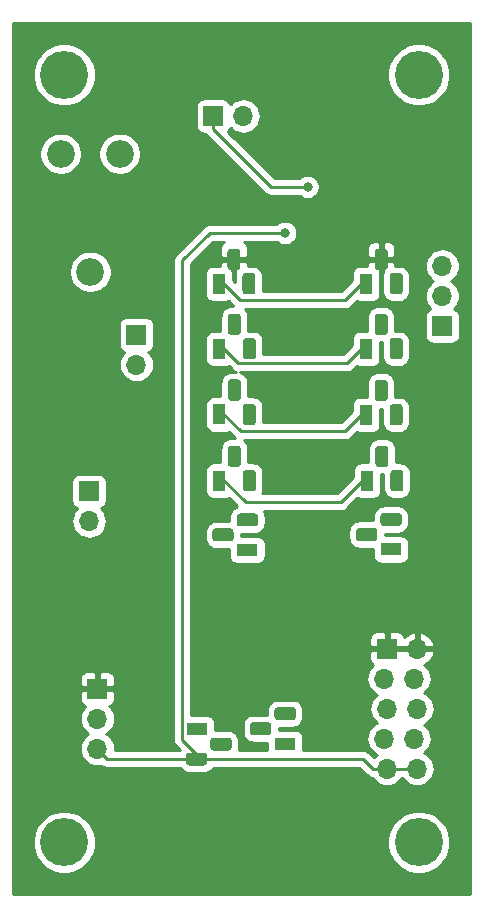
<source format=gbl>
G04 #@! TF.GenerationSoftware,KiCad,Pcbnew,(5.1.0)-1*
G04 #@! TF.CreationDate,2019-05-11T18:56:39-04:00*
G04 #@! TF.ProjectId,VCF,5643462e-6b69-4636-9164-5f7063625858,rev?*
G04 #@! TF.SameCoordinates,Original*
G04 #@! TF.FileFunction,Copper,L2,Bot*
G04 #@! TF.FilePolarity,Positive*
%FSLAX46Y46*%
G04 Gerber Fmt 4.6, Leading zero omitted, Abs format (unit mm)*
G04 Created by KiCad (PCBNEW (5.1.0)-1) date 2019-05-11 18:56:39*
%MOMM*%
%LPD*%
G04 APERTURE LIST*
%ADD10C,4.064000*%
%ADD11O,1.700000X1.700000*%
%ADD12R,1.700000X1.700000*%
%ADD13C,0.100000*%
%ADD14C,1.100000*%
%ADD15R,1.800000X1.100000*%
%ADD16R,1.100000X1.800000*%
%ADD17C,2.340000*%
%ADD18C,0.800000*%
%ADD19C,0.250000*%
%ADD20C,0.254000*%
G04 APERTURE END LIST*
D10*
X65000000Y-100000000D03*
X35000000Y-100000000D03*
X65000000Y-35000000D03*
X35000000Y-35000000D03*
D11*
X64867000Y-93760000D03*
X62327000Y-93760000D03*
X64613000Y-91220000D03*
X62073000Y-91220000D03*
X64867000Y-88680000D03*
X62327000Y-88680000D03*
X64613000Y-86140000D03*
X62073000Y-86140000D03*
X64867000Y-83600000D03*
D12*
X62327000Y-83600000D03*
D13*
G36*
X48921955Y-91121324D02*
G01*
X48948650Y-91125284D01*
X48974828Y-91131841D01*
X49000238Y-91140933D01*
X49024634Y-91152472D01*
X49047782Y-91166346D01*
X49069458Y-91182422D01*
X49089454Y-91200546D01*
X49107578Y-91220542D01*
X49123654Y-91242218D01*
X49137528Y-91265366D01*
X49149067Y-91289762D01*
X49158159Y-91315172D01*
X49164716Y-91341350D01*
X49168676Y-91368045D01*
X49170000Y-91395000D01*
X49170000Y-91945000D01*
X49168676Y-91971955D01*
X49164716Y-91998650D01*
X49158159Y-92024828D01*
X49149067Y-92050238D01*
X49137528Y-92074634D01*
X49123654Y-92097782D01*
X49107578Y-92119458D01*
X49089454Y-92139454D01*
X49069458Y-92157578D01*
X49047782Y-92173654D01*
X49024634Y-92187528D01*
X49000238Y-92199067D01*
X48974828Y-92208159D01*
X48948650Y-92214716D01*
X48921955Y-92218676D01*
X48895000Y-92220000D01*
X47645000Y-92220000D01*
X47618045Y-92218676D01*
X47591350Y-92214716D01*
X47565172Y-92208159D01*
X47539762Y-92199067D01*
X47515366Y-92187528D01*
X47492218Y-92173654D01*
X47470542Y-92157578D01*
X47450546Y-92139454D01*
X47432422Y-92119458D01*
X47416346Y-92097782D01*
X47402472Y-92074634D01*
X47390933Y-92050238D01*
X47381841Y-92024828D01*
X47375284Y-91998650D01*
X47371324Y-91971955D01*
X47370000Y-91945000D01*
X47370000Y-91395000D01*
X47371324Y-91368045D01*
X47375284Y-91341350D01*
X47381841Y-91315172D01*
X47390933Y-91289762D01*
X47402472Y-91265366D01*
X47416346Y-91242218D01*
X47432422Y-91220542D01*
X47450546Y-91200546D01*
X47470542Y-91182422D01*
X47492218Y-91166346D01*
X47515366Y-91152472D01*
X47539762Y-91140933D01*
X47565172Y-91131841D01*
X47591350Y-91125284D01*
X47618045Y-91121324D01*
X47645000Y-91120000D01*
X48895000Y-91120000D01*
X48921955Y-91121324D01*
X48921955Y-91121324D01*
G37*
D14*
X48270000Y-91670000D03*
D13*
G36*
X46851955Y-92391324D02*
G01*
X46878650Y-92395284D01*
X46904828Y-92401841D01*
X46930238Y-92410933D01*
X46954634Y-92422472D01*
X46977782Y-92436346D01*
X46999458Y-92452422D01*
X47019454Y-92470546D01*
X47037578Y-92490542D01*
X47053654Y-92512218D01*
X47067528Y-92535366D01*
X47079067Y-92559762D01*
X47088159Y-92585172D01*
X47094716Y-92611350D01*
X47098676Y-92638045D01*
X47100000Y-92665000D01*
X47100000Y-93215000D01*
X47098676Y-93241955D01*
X47094716Y-93268650D01*
X47088159Y-93294828D01*
X47079067Y-93320238D01*
X47067528Y-93344634D01*
X47053654Y-93367782D01*
X47037578Y-93389458D01*
X47019454Y-93409454D01*
X46999458Y-93427578D01*
X46977782Y-93443654D01*
X46954634Y-93457528D01*
X46930238Y-93469067D01*
X46904828Y-93478159D01*
X46878650Y-93484716D01*
X46851955Y-93488676D01*
X46825000Y-93490000D01*
X45575000Y-93490000D01*
X45548045Y-93488676D01*
X45521350Y-93484716D01*
X45495172Y-93478159D01*
X45469762Y-93469067D01*
X45445366Y-93457528D01*
X45422218Y-93443654D01*
X45400542Y-93427578D01*
X45380546Y-93409454D01*
X45362422Y-93389458D01*
X45346346Y-93367782D01*
X45332472Y-93344634D01*
X45320933Y-93320238D01*
X45311841Y-93294828D01*
X45305284Y-93268650D01*
X45301324Y-93241955D01*
X45300000Y-93215000D01*
X45300000Y-92665000D01*
X45301324Y-92638045D01*
X45305284Y-92611350D01*
X45311841Y-92585172D01*
X45320933Y-92559762D01*
X45332472Y-92535366D01*
X45346346Y-92512218D01*
X45362422Y-92490542D01*
X45380546Y-92470546D01*
X45400542Y-92452422D01*
X45422218Y-92436346D01*
X45445366Y-92422472D01*
X45469762Y-92410933D01*
X45495172Y-92401841D01*
X45521350Y-92395284D01*
X45548045Y-92391324D01*
X45575000Y-92390000D01*
X46825000Y-92390000D01*
X46851955Y-92391324D01*
X46851955Y-92391324D01*
G37*
D14*
X46200000Y-92940000D03*
D15*
X46200000Y-90400000D03*
D13*
G36*
X49081955Y-73421324D02*
G01*
X49108650Y-73425284D01*
X49134828Y-73431841D01*
X49160238Y-73440933D01*
X49184634Y-73452472D01*
X49207782Y-73466346D01*
X49229458Y-73482422D01*
X49249454Y-73500546D01*
X49267578Y-73520542D01*
X49283654Y-73542218D01*
X49297528Y-73565366D01*
X49309067Y-73589762D01*
X49318159Y-73615172D01*
X49324716Y-73641350D01*
X49328676Y-73668045D01*
X49330000Y-73695000D01*
X49330000Y-74245000D01*
X49328676Y-74271955D01*
X49324716Y-74298650D01*
X49318159Y-74324828D01*
X49309067Y-74350238D01*
X49297528Y-74374634D01*
X49283654Y-74397782D01*
X49267578Y-74419458D01*
X49249454Y-74439454D01*
X49229458Y-74457578D01*
X49207782Y-74473654D01*
X49184634Y-74487528D01*
X49160238Y-74499067D01*
X49134828Y-74508159D01*
X49108650Y-74514716D01*
X49081955Y-74518676D01*
X49055000Y-74520000D01*
X47805000Y-74520000D01*
X47778045Y-74518676D01*
X47751350Y-74514716D01*
X47725172Y-74508159D01*
X47699762Y-74499067D01*
X47675366Y-74487528D01*
X47652218Y-74473654D01*
X47630542Y-74457578D01*
X47610546Y-74439454D01*
X47592422Y-74419458D01*
X47576346Y-74397782D01*
X47562472Y-74374634D01*
X47550933Y-74350238D01*
X47541841Y-74324828D01*
X47535284Y-74298650D01*
X47531324Y-74271955D01*
X47530000Y-74245000D01*
X47530000Y-73695000D01*
X47531324Y-73668045D01*
X47535284Y-73641350D01*
X47541841Y-73615172D01*
X47550933Y-73589762D01*
X47562472Y-73565366D01*
X47576346Y-73542218D01*
X47592422Y-73520542D01*
X47610546Y-73500546D01*
X47630542Y-73482422D01*
X47652218Y-73466346D01*
X47675366Y-73452472D01*
X47699762Y-73440933D01*
X47725172Y-73431841D01*
X47751350Y-73425284D01*
X47778045Y-73421324D01*
X47805000Y-73420000D01*
X49055000Y-73420000D01*
X49081955Y-73421324D01*
X49081955Y-73421324D01*
G37*
D14*
X48430000Y-73970000D03*
D13*
G36*
X51151955Y-72151324D02*
G01*
X51178650Y-72155284D01*
X51204828Y-72161841D01*
X51230238Y-72170933D01*
X51254634Y-72182472D01*
X51277782Y-72196346D01*
X51299458Y-72212422D01*
X51319454Y-72230546D01*
X51337578Y-72250542D01*
X51353654Y-72272218D01*
X51367528Y-72295366D01*
X51379067Y-72319762D01*
X51388159Y-72345172D01*
X51394716Y-72371350D01*
X51398676Y-72398045D01*
X51400000Y-72425000D01*
X51400000Y-72975000D01*
X51398676Y-73001955D01*
X51394716Y-73028650D01*
X51388159Y-73054828D01*
X51379067Y-73080238D01*
X51367528Y-73104634D01*
X51353654Y-73127782D01*
X51337578Y-73149458D01*
X51319454Y-73169454D01*
X51299458Y-73187578D01*
X51277782Y-73203654D01*
X51254634Y-73217528D01*
X51230238Y-73229067D01*
X51204828Y-73238159D01*
X51178650Y-73244716D01*
X51151955Y-73248676D01*
X51125000Y-73250000D01*
X49875000Y-73250000D01*
X49848045Y-73248676D01*
X49821350Y-73244716D01*
X49795172Y-73238159D01*
X49769762Y-73229067D01*
X49745366Y-73217528D01*
X49722218Y-73203654D01*
X49700542Y-73187578D01*
X49680546Y-73169454D01*
X49662422Y-73149458D01*
X49646346Y-73127782D01*
X49632472Y-73104634D01*
X49620933Y-73080238D01*
X49611841Y-73054828D01*
X49605284Y-73028650D01*
X49601324Y-73001955D01*
X49600000Y-72975000D01*
X49600000Y-72425000D01*
X49601324Y-72398045D01*
X49605284Y-72371350D01*
X49611841Y-72345172D01*
X49620933Y-72319762D01*
X49632472Y-72295366D01*
X49646346Y-72272218D01*
X49662422Y-72250542D01*
X49680546Y-72230546D01*
X49700542Y-72212422D01*
X49722218Y-72196346D01*
X49745366Y-72182472D01*
X49769762Y-72170933D01*
X49795172Y-72161841D01*
X49821350Y-72155284D01*
X49848045Y-72151324D01*
X49875000Y-72150000D01*
X51125000Y-72150000D01*
X51151955Y-72151324D01*
X51151955Y-72151324D01*
G37*
D14*
X50500000Y-72700000D03*
D15*
X50500000Y-75240000D03*
D16*
X48100000Y-52700000D03*
D13*
G36*
X50941955Y-51801324D02*
G01*
X50968650Y-51805284D01*
X50994828Y-51811841D01*
X51020238Y-51820933D01*
X51044634Y-51832472D01*
X51067782Y-51846346D01*
X51089458Y-51862422D01*
X51109454Y-51880546D01*
X51127578Y-51900542D01*
X51143654Y-51922218D01*
X51157528Y-51945366D01*
X51169067Y-51969762D01*
X51178159Y-51995172D01*
X51184716Y-52021350D01*
X51188676Y-52048045D01*
X51190000Y-52075000D01*
X51190000Y-53325000D01*
X51188676Y-53351955D01*
X51184716Y-53378650D01*
X51178159Y-53404828D01*
X51169067Y-53430238D01*
X51157528Y-53454634D01*
X51143654Y-53477782D01*
X51127578Y-53499458D01*
X51109454Y-53519454D01*
X51089458Y-53537578D01*
X51067782Y-53553654D01*
X51044634Y-53567528D01*
X51020238Y-53579067D01*
X50994828Y-53588159D01*
X50968650Y-53594716D01*
X50941955Y-53598676D01*
X50915000Y-53600000D01*
X50365000Y-53600000D01*
X50338045Y-53598676D01*
X50311350Y-53594716D01*
X50285172Y-53588159D01*
X50259762Y-53579067D01*
X50235366Y-53567528D01*
X50212218Y-53553654D01*
X50190542Y-53537578D01*
X50170546Y-53519454D01*
X50152422Y-53499458D01*
X50136346Y-53477782D01*
X50122472Y-53454634D01*
X50110933Y-53430238D01*
X50101841Y-53404828D01*
X50095284Y-53378650D01*
X50091324Y-53351955D01*
X50090000Y-53325000D01*
X50090000Y-52075000D01*
X50091324Y-52048045D01*
X50095284Y-52021350D01*
X50101841Y-51995172D01*
X50110933Y-51969762D01*
X50122472Y-51945366D01*
X50136346Y-51922218D01*
X50152422Y-51900542D01*
X50170546Y-51880546D01*
X50190542Y-51862422D01*
X50212218Y-51846346D01*
X50235366Y-51832472D01*
X50259762Y-51820933D01*
X50285172Y-51811841D01*
X50311350Y-51805284D01*
X50338045Y-51801324D01*
X50365000Y-51800000D01*
X50915000Y-51800000D01*
X50941955Y-51801324D01*
X50941955Y-51801324D01*
G37*
D14*
X50640000Y-52700000D03*
D13*
G36*
X49671955Y-49731324D02*
G01*
X49698650Y-49735284D01*
X49724828Y-49741841D01*
X49750238Y-49750933D01*
X49774634Y-49762472D01*
X49797782Y-49776346D01*
X49819458Y-49792422D01*
X49839454Y-49810546D01*
X49857578Y-49830542D01*
X49873654Y-49852218D01*
X49887528Y-49875366D01*
X49899067Y-49899762D01*
X49908159Y-49925172D01*
X49914716Y-49951350D01*
X49918676Y-49978045D01*
X49920000Y-50005000D01*
X49920000Y-51255000D01*
X49918676Y-51281955D01*
X49914716Y-51308650D01*
X49908159Y-51334828D01*
X49899067Y-51360238D01*
X49887528Y-51384634D01*
X49873654Y-51407782D01*
X49857578Y-51429458D01*
X49839454Y-51449454D01*
X49819458Y-51467578D01*
X49797782Y-51483654D01*
X49774634Y-51497528D01*
X49750238Y-51509067D01*
X49724828Y-51518159D01*
X49698650Y-51524716D01*
X49671955Y-51528676D01*
X49645000Y-51530000D01*
X49095000Y-51530000D01*
X49068045Y-51528676D01*
X49041350Y-51524716D01*
X49015172Y-51518159D01*
X48989762Y-51509067D01*
X48965366Y-51497528D01*
X48942218Y-51483654D01*
X48920542Y-51467578D01*
X48900546Y-51449454D01*
X48882422Y-51429458D01*
X48866346Y-51407782D01*
X48852472Y-51384634D01*
X48840933Y-51360238D01*
X48831841Y-51334828D01*
X48825284Y-51308650D01*
X48821324Y-51281955D01*
X48820000Y-51255000D01*
X48820000Y-50005000D01*
X48821324Y-49978045D01*
X48825284Y-49951350D01*
X48831841Y-49925172D01*
X48840933Y-49899762D01*
X48852472Y-49875366D01*
X48866346Y-49852218D01*
X48882422Y-49830542D01*
X48900546Y-49810546D01*
X48920542Y-49792422D01*
X48942218Y-49776346D01*
X48965366Y-49762472D01*
X48989762Y-49750933D01*
X49015172Y-49741841D01*
X49041350Y-49735284D01*
X49068045Y-49731324D01*
X49095000Y-49730000D01*
X49645000Y-49730000D01*
X49671955Y-49731324D01*
X49671955Y-49731324D01*
G37*
D14*
X49370000Y-50630000D03*
D16*
X48130000Y-58200000D03*
D13*
G36*
X50971955Y-57301324D02*
G01*
X50998650Y-57305284D01*
X51024828Y-57311841D01*
X51050238Y-57320933D01*
X51074634Y-57332472D01*
X51097782Y-57346346D01*
X51119458Y-57362422D01*
X51139454Y-57380546D01*
X51157578Y-57400542D01*
X51173654Y-57422218D01*
X51187528Y-57445366D01*
X51199067Y-57469762D01*
X51208159Y-57495172D01*
X51214716Y-57521350D01*
X51218676Y-57548045D01*
X51220000Y-57575000D01*
X51220000Y-58825000D01*
X51218676Y-58851955D01*
X51214716Y-58878650D01*
X51208159Y-58904828D01*
X51199067Y-58930238D01*
X51187528Y-58954634D01*
X51173654Y-58977782D01*
X51157578Y-58999458D01*
X51139454Y-59019454D01*
X51119458Y-59037578D01*
X51097782Y-59053654D01*
X51074634Y-59067528D01*
X51050238Y-59079067D01*
X51024828Y-59088159D01*
X50998650Y-59094716D01*
X50971955Y-59098676D01*
X50945000Y-59100000D01*
X50395000Y-59100000D01*
X50368045Y-59098676D01*
X50341350Y-59094716D01*
X50315172Y-59088159D01*
X50289762Y-59079067D01*
X50265366Y-59067528D01*
X50242218Y-59053654D01*
X50220542Y-59037578D01*
X50200546Y-59019454D01*
X50182422Y-58999458D01*
X50166346Y-58977782D01*
X50152472Y-58954634D01*
X50140933Y-58930238D01*
X50131841Y-58904828D01*
X50125284Y-58878650D01*
X50121324Y-58851955D01*
X50120000Y-58825000D01*
X50120000Y-57575000D01*
X50121324Y-57548045D01*
X50125284Y-57521350D01*
X50131841Y-57495172D01*
X50140933Y-57469762D01*
X50152472Y-57445366D01*
X50166346Y-57422218D01*
X50182422Y-57400542D01*
X50200546Y-57380546D01*
X50220542Y-57362422D01*
X50242218Y-57346346D01*
X50265366Y-57332472D01*
X50289762Y-57320933D01*
X50315172Y-57311841D01*
X50341350Y-57305284D01*
X50368045Y-57301324D01*
X50395000Y-57300000D01*
X50945000Y-57300000D01*
X50971955Y-57301324D01*
X50971955Y-57301324D01*
G37*
D14*
X50670000Y-58200000D03*
D13*
G36*
X49701955Y-55231324D02*
G01*
X49728650Y-55235284D01*
X49754828Y-55241841D01*
X49780238Y-55250933D01*
X49804634Y-55262472D01*
X49827782Y-55276346D01*
X49849458Y-55292422D01*
X49869454Y-55310546D01*
X49887578Y-55330542D01*
X49903654Y-55352218D01*
X49917528Y-55375366D01*
X49929067Y-55399762D01*
X49938159Y-55425172D01*
X49944716Y-55451350D01*
X49948676Y-55478045D01*
X49950000Y-55505000D01*
X49950000Y-56755000D01*
X49948676Y-56781955D01*
X49944716Y-56808650D01*
X49938159Y-56834828D01*
X49929067Y-56860238D01*
X49917528Y-56884634D01*
X49903654Y-56907782D01*
X49887578Y-56929458D01*
X49869454Y-56949454D01*
X49849458Y-56967578D01*
X49827782Y-56983654D01*
X49804634Y-56997528D01*
X49780238Y-57009067D01*
X49754828Y-57018159D01*
X49728650Y-57024716D01*
X49701955Y-57028676D01*
X49675000Y-57030000D01*
X49125000Y-57030000D01*
X49098045Y-57028676D01*
X49071350Y-57024716D01*
X49045172Y-57018159D01*
X49019762Y-57009067D01*
X48995366Y-56997528D01*
X48972218Y-56983654D01*
X48950542Y-56967578D01*
X48930546Y-56949454D01*
X48912422Y-56929458D01*
X48896346Y-56907782D01*
X48882472Y-56884634D01*
X48870933Y-56860238D01*
X48861841Y-56834828D01*
X48855284Y-56808650D01*
X48851324Y-56781955D01*
X48850000Y-56755000D01*
X48850000Y-55505000D01*
X48851324Y-55478045D01*
X48855284Y-55451350D01*
X48861841Y-55425172D01*
X48870933Y-55399762D01*
X48882472Y-55375366D01*
X48896346Y-55352218D01*
X48912422Y-55330542D01*
X48930546Y-55310546D01*
X48950542Y-55292422D01*
X48972218Y-55276346D01*
X48995366Y-55262472D01*
X49019762Y-55250933D01*
X49045172Y-55241841D01*
X49071350Y-55235284D01*
X49098045Y-55231324D01*
X49125000Y-55230000D01*
X49675000Y-55230000D01*
X49701955Y-55231324D01*
X49701955Y-55231324D01*
G37*
D14*
X49400000Y-56130000D03*
D13*
G36*
X49701955Y-60801324D02*
G01*
X49728650Y-60805284D01*
X49754828Y-60811841D01*
X49780238Y-60820933D01*
X49804634Y-60832472D01*
X49827782Y-60846346D01*
X49849458Y-60862422D01*
X49869454Y-60880546D01*
X49887578Y-60900542D01*
X49903654Y-60922218D01*
X49917528Y-60945366D01*
X49929067Y-60969762D01*
X49938159Y-60995172D01*
X49944716Y-61021350D01*
X49948676Y-61048045D01*
X49950000Y-61075000D01*
X49950000Y-62325000D01*
X49948676Y-62351955D01*
X49944716Y-62378650D01*
X49938159Y-62404828D01*
X49929067Y-62430238D01*
X49917528Y-62454634D01*
X49903654Y-62477782D01*
X49887578Y-62499458D01*
X49869454Y-62519454D01*
X49849458Y-62537578D01*
X49827782Y-62553654D01*
X49804634Y-62567528D01*
X49780238Y-62579067D01*
X49754828Y-62588159D01*
X49728650Y-62594716D01*
X49701955Y-62598676D01*
X49675000Y-62600000D01*
X49125000Y-62600000D01*
X49098045Y-62598676D01*
X49071350Y-62594716D01*
X49045172Y-62588159D01*
X49019762Y-62579067D01*
X48995366Y-62567528D01*
X48972218Y-62553654D01*
X48950542Y-62537578D01*
X48930546Y-62519454D01*
X48912422Y-62499458D01*
X48896346Y-62477782D01*
X48882472Y-62454634D01*
X48870933Y-62430238D01*
X48861841Y-62404828D01*
X48855284Y-62378650D01*
X48851324Y-62351955D01*
X48850000Y-62325000D01*
X48850000Y-61075000D01*
X48851324Y-61048045D01*
X48855284Y-61021350D01*
X48861841Y-60995172D01*
X48870933Y-60969762D01*
X48882472Y-60945366D01*
X48896346Y-60922218D01*
X48912422Y-60900542D01*
X48930546Y-60880546D01*
X48950542Y-60862422D01*
X48972218Y-60846346D01*
X48995366Y-60832472D01*
X49019762Y-60820933D01*
X49045172Y-60811841D01*
X49071350Y-60805284D01*
X49098045Y-60801324D01*
X49125000Y-60800000D01*
X49675000Y-60800000D01*
X49701955Y-60801324D01*
X49701955Y-60801324D01*
G37*
D14*
X49400000Y-61700000D03*
D13*
G36*
X50971955Y-62871324D02*
G01*
X50998650Y-62875284D01*
X51024828Y-62881841D01*
X51050238Y-62890933D01*
X51074634Y-62902472D01*
X51097782Y-62916346D01*
X51119458Y-62932422D01*
X51139454Y-62950546D01*
X51157578Y-62970542D01*
X51173654Y-62992218D01*
X51187528Y-63015366D01*
X51199067Y-63039762D01*
X51208159Y-63065172D01*
X51214716Y-63091350D01*
X51218676Y-63118045D01*
X51220000Y-63145000D01*
X51220000Y-64395000D01*
X51218676Y-64421955D01*
X51214716Y-64448650D01*
X51208159Y-64474828D01*
X51199067Y-64500238D01*
X51187528Y-64524634D01*
X51173654Y-64547782D01*
X51157578Y-64569458D01*
X51139454Y-64589454D01*
X51119458Y-64607578D01*
X51097782Y-64623654D01*
X51074634Y-64637528D01*
X51050238Y-64649067D01*
X51024828Y-64658159D01*
X50998650Y-64664716D01*
X50971955Y-64668676D01*
X50945000Y-64670000D01*
X50395000Y-64670000D01*
X50368045Y-64668676D01*
X50341350Y-64664716D01*
X50315172Y-64658159D01*
X50289762Y-64649067D01*
X50265366Y-64637528D01*
X50242218Y-64623654D01*
X50220542Y-64607578D01*
X50200546Y-64589454D01*
X50182422Y-64569458D01*
X50166346Y-64547782D01*
X50152472Y-64524634D01*
X50140933Y-64500238D01*
X50131841Y-64474828D01*
X50125284Y-64448650D01*
X50121324Y-64421955D01*
X50120000Y-64395000D01*
X50120000Y-63145000D01*
X50121324Y-63118045D01*
X50125284Y-63091350D01*
X50131841Y-63065172D01*
X50140933Y-63039762D01*
X50152472Y-63015366D01*
X50166346Y-62992218D01*
X50182422Y-62970542D01*
X50200546Y-62950546D01*
X50220542Y-62932422D01*
X50242218Y-62916346D01*
X50265366Y-62902472D01*
X50289762Y-62890933D01*
X50315172Y-62881841D01*
X50341350Y-62875284D01*
X50368045Y-62871324D01*
X50395000Y-62870000D01*
X50945000Y-62870000D01*
X50971955Y-62871324D01*
X50971955Y-62871324D01*
G37*
D14*
X50670000Y-63770000D03*
D16*
X48130000Y-63770000D03*
X48130000Y-69370000D03*
D13*
G36*
X50971955Y-68471324D02*
G01*
X50998650Y-68475284D01*
X51024828Y-68481841D01*
X51050238Y-68490933D01*
X51074634Y-68502472D01*
X51097782Y-68516346D01*
X51119458Y-68532422D01*
X51139454Y-68550546D01*
X51157578Y-68570542D01*
X51173654Y-68592218D01*
X51187528Y-68615366D01*
X51199067Y-68639762D01*
X51208159Y-68665172D01*
X51214716Y-68691350D01*
X51218676Y-68718045D01*
X51220000Y-68745000D01*
X51220000Y-69995000D01*
X51218676Y-70021955D01*
X51214716Y-70048650D01*
X51208159Y-70074828D01*
X51199067Y-70100238D01*
X51187528Y-70124634D01*
X51173654Y-70147782D01*
X51157578Y-70169458D01*
X51139454Y-70189454D01*
X51119458Y-70207578D01*
X51097782Y-70223654D01*
X51074634Y-70237528D01*
X51050238Y-70249067D01*
X51024828Y-70258159D01*
X50998650Y-70264716D01*
X50971955Y-70268676D01*
X50945000Y-70270000D01*
X50395000Y-70270000D01*
X50368045Y-70268676D01*
X50341350Y-70264716D01*
X50315172Y-70258159D01*
X50289762Y-70249067D01*
X50265366Y-70237528D01*
X50242218Y-70223654D01*
X50220542Y-70207578D01*
X50200546Y-70189454D01*
X50182422Y-70169458D01*
X50166346Y-70147782D01*
X50152472Y-70124634D01*
X50140933Y-70100238D01*
X50131841Y-70074828D01*
X50125284Y-70048650D01*
X50121324Y-70021955D01*
X50120000Y-69995000D01*
X50120000Y-68745000D01*
X50121324Y-68718045D01*
X50125284Y-68691350D01*
X50131841Y-68665172D01*
X50140933Y-68639762D01*
X50152472Y-68615366D01*
X50166346Y-68592218D01*
X50182422Y-68570542D01*
X50200546Y-68550546D01*
X50220542Y-68532422D01*
X50242218Y-68516346D01*
X50265366Y-68502472D01*
X50289762Y-68490933D01*
X50315172Y-68481841D01*
X50341350Y-68475284D01*
X50368045Y-68471324D01*
X50395000Y-68470000D01*
X50945000Y-68470000D01*
X50971955Y-68471324D01*
X50971955Y-68471324D01*
G37*
D14*
X50670000Y-69370000D03*
D13*
G36*
X49701955Y-66401324D02*
G01*
X49728650Y-66405284D01*
X49754828Y-66411841D01*
X49780238Y-66420933D01*
X49804634Y-66432472D01*
X49827782Y-66446346D01*
X49849458Y-66462422D01*
X49869454Y-66480546D01*
X49887578Y-66500542D01*
X49903654Y-66522218D01*
X49917528Y-66545366D01*
X49929067Y-66569762D01*
X49938159Y-66595172D01*
X49944716Y-66621350D01*
X49948676Y-66648045D01*
X49950000Y-66675000D01*
X49950000Y-67925000D01*
X49948676Y-67951955D01*
X49944716Y-67978650D01*
X49938159Y-68004828D01*
X49929067Y-68030238D01*
X49917528Y-68054634D01*
X49903654Y-68077782D01*
X49887578Y-68099458D01*
X49869454Y-68119454D01*
X49849458Y-68137578D01*
X49827782Y-68153654D01*
X49804634Y-68167528D01*
X49780238Y-68179067D01*
X49754828Y-68188159D01*
X49728650Y-68194716D01*
X49701955Y-68198676D01*
X49675000Y-68200000D01*
X49125000Y-68200000D01*
X49098045Y-68198676D01*
X49071350Y-68194716D01*
X49045172Y-68188159D01*
X49019762Y-68179067D01*
X48995366Y-68167528D01*
X48972218Y-68153654D01*
X48950542Y-68137578D01*
X48930546Y-68119454D01*
X48912422Y-68099458D01*
X48896346Y-68077782D01*
X48882472Y-68054634D01*
X48870933Y-68030238D01*
X48861841Y-68004828D01*
X48855284Y-67978650D01*
X48851324Y-67951955D01*
X48850000Y-67925000D01*
X48850000Y-66675000D01*
X48851324Y-66648045D01*
X48855284Y-66621350D01*
X48861841Y-66595172D01*
X48870933Y-66569762D01*
X48882472Y-66545366D01*
X48896346Y-66522218D01*
X48912422Y-66500542D01*
X48930546Y-66480546D01*
X48950542Y-66462422D01*
X48972218Y-66446346D01*
X48995366Y-66432472D01*
X49019762Y-66420933D01*
X49045172Y-66411841D01*
X49071350Y-66405284D01*
X49098045Y-66401324D01*
X49125000Y-66400000D01*
X49675000Y-66400000D01*
X49701955Y-66401324D01*
X49701955Y-66401324D01*
G37*
D14*
X49400000Y-67300000D03*
D13*
G36*
X52281955Y-89821324D02*
G01*
X52308650Y-89825284D01*
X52334828Y-89831841D01*
X52360238Y-89840933D01*
X52384634Y-89852472D01*
X52407782Y-89866346D01*
X52429458Y-89882422D01*
X52449454Y-89900546D01*
X52467578Y-89920542D01*
X52483654Y-89942218D01*
X52497528Y-89965366D01*
X52509067Y-89989762D01*
X52518159Y-90015172D01*
X52524716Y-90041350D01*
X52528676Y-90068045D01*
X52530000Y-90095000D01*
X52530000Y-90645000D01*
X52528676Y-90671955D01*
X52524716Y-90698650D01*
X52518159Y-90724828D01*
X52509067Y-90750238D01*
X52497528Y-90774634D01*
X52483654Y-90797782D01*
X52467578Y-90819458D01*
X52449454Y-90839454D01*
X52429458Y-90857578D01*
X52407782Y-90873654D01*
X52384634Y-90887528D01*
X52360238Y-90899067D01*
X52334828Y-90908159D01*
X52308650Y-90914716D01*
X52281955Y-90918676D01*
X52255000Y-90920000D01*
X51005000Y-90920000D01*
X50978045Y-90918676D01*
X50951350Y-90914716D01*
X50925172Y-90908159D01*
X50899762Y-90899067D01*
X50875366Y-90887528D01*
X50852218Y-90873654D01*
X50830542Y-90857578D01*
X50810546Y-90839454D01*
X50792422Y-90819458D01*
X50776346Y-90797782D01*
X50762472Y-90774634D01*
X50750933Y-90750238D01*
X50741841Y-90724828D01*
X50735284Y-90698650D01*
X50731324Y-90671955D01*
X50730000Y-90645000D01*
X50730000Y-90095000D01*
X50731324Y-90068045D01*
X50735284Y-90041350D01*
X50741841Y-90015172D01*
X50750933Y-89989762D01*
X50762472Y-89965366D01*
X50776346Y-89942218D01*
X50792422Y-89920542D01*
X50810546Y-89900546D01*
X50830542Y-89882422D01*
X50852218Y-89866346D01*
X50875366Y-89852472D01*
X50899762Y-89840933D01*
X50925172Y-89831841D01*
X50951350Y-89825284D01*
X50978045Y-89821324D01*
X51005000Y-89820000D01*
X52255000Y-89820000D01*
X52281955Y-89821324D01*
X52281955Y-89821324D01*
G37*
D14*
X51630000Y-90370000D03*
D13*
G36*
X54351955Y-88551324D02*
G01*
X54378650Y-88555284D01*
X54404828Y-88561841D01*
X54430238Y-88570933D01*
X54454634Y-88582472D01*
X54477782Y-88596346D01*
X54499458Y-88612422D01*
X54519454Y-88630546D01*
X54537578Y-88650542D01*
X54553654Y-88672218D01*
X54567528Y-88695366D01*
X54579067Y-88719762D01*
X54588159Y-88745172D01*
X54594716Y-88771350D01*
X54598676Y-88798045D01*
X54600000Y-88825000D01*
X54600000Y-89375000D01*
X54598676Y-89401955D01*
X54594716Y-89428650D01*
X54588159Y-89454828D01*
X54579067Y-89480238D01*
X54567528Y-89504634D01*
X54553654Y-89527782D01*
X54537578Y-89549458D01*
X54519454Y-89569454D01*
X54499458Y-89587578D01*
X54477782Y-89603654D01*
X54454634Y-89617528D01*
X54430238Y-89629067D01*
X54404828Y-89638159D01*
X54378650Y-89644716D01*
X54351955Y-89648676D01*
X54325000Y-89650000D01*
X53075000Y-89650000D01*
X53048045Y-89648676D01*
X53021350Y-89644716D01*
X52995172Y-89638159D01*
X52969762Y-89629067D01*
X52945366Y-89617528D01*
X52922218Y-89603654D01*
X52900542Y-89587578D01*
X52880546Y-89569454D01*
X52862422Y-89549458D01*
X52846346Y-89527782D01*
X52832472Y-89504634D01*
X52820933Y-89480238D01*
X52811841Y-89454828D01*
X52805284Y-89428650D01*
X52801324Y-89401955D01*
X52800000Y-89375000D01*
X52800000Y-88825000D01*
X52801324Y-88798045D01*
X52805284Y-88771350D01*
X52811841Y-88745172D01*
X52820933Y-88719762D01*
X52832472Y-88695366D01*
X52846346Y-88672218D01*
X52862422Y-88650542D01*
X52880546Y-88630546D01*
X52900542Y-88612422D01*
X52922218Y-88596346D01*
X52945366Y-88582472D01*
X52969762Y-88570933D01*
X52995172Y-88561841D01*
X53021350Y-88555284D01*
X53048045Y-88551324D01*
X53075000Y-88550000D01*
X54325000Y-88550000D01*
X54351955Y-88551324D01*
X54351955Y-88551324D01*
G37*
D14*
X53700000Y-89100000D03*
D15*
X53700000Y-91640000D03*
D13*
G36*
X62131955Y-49731324D02*
G01*
X62158650Y-49735284D01*
X62184828Y-49741841D01*
X62210238Y-49750933D01*
X62234634Y-49762472D01*
X62257782Y-49776346D01*
X62279458Y-49792422D01*
X62299454Y-49810546D01*
X62317578Y-49830542D01*
X62333654Y-49852218D01*
X62347528Y-49875366D01*
X62359067Y-49899762D01*
X62368159Y-49925172D01*
X62374716Y-49951350D01*
X62378676Y-49978045D01*
X62380000Y-50005000D01*
X62380000Y-51255000D01*
X62378676Y-51281955D01*
X62374716Y-51308650D01*
X62368159Y-51334828D01*
X62359067Y-51360238D01*
X62347528Y-51384634D01*
X62333654Y-51407782D01*
X62317578Y-51429458D01*
X62299454Y-51449454D01*
X62279458Y-51467578D01*
X62257782Y-51483654D01*
X62234634Y-51497528D01*
X62210238Y-51509067D01*
X62184828Y-51518159D01*
X62158650Y-51524716D01*
X62131955Y-51528676D01*
X62105000Y-51530000D01*
X61555000Y-51530000D01*
X61528045Y-51528676D01*
X61501350Y-51524716D01*
X61475172Y-51518159D01*
X61449762Y-51509067D01*
X61425366Y-51497528D01*
X61402218Y-51483654D01*
X61380542Y-51467578D01*
X61360546Y-51449454D01*
X61342422Y-51429458D01*
X61326346Y-51407782D01*
X61312472Y-51384634D01*
X61300933Y-51360238D01*
X61291841Y-51334828D01*
X61285284Y-51308650D01*
X61281324Y-51281955D01*
X61280000Y-51255000D01*
X61280000Y-50005000D01*
X61281324Y-49978045D01*
X61285284Y-49951350D01*
X61291841Y-49925172D01*
X61300933Y-49899762D01*
X61312472Y-49875366D01*
X61326346Y-49852218D01*
X61342422Y-49830542D01*
X61360546Y-49810546D01*
X61380542Y-49792422D01*
X61402218Y-49776346D01*
X61425366Y-49762472D01*
X61449762Y-49750933D01*
X61475172Y-49741841D01*
X61501350Y-49735284D01*
X61528045Y-49731324D01*
X61555000Y-49730000D01*
X62105000Y-49730000D01*
X62131955Y-49731324D01*
X62131955Y-49731324D01*
G37*
D14*
X61830000Y-50630000D03*
D13*
G36*
X63401955Y-51801324D02*
G01*
X63428650Y-51805284D01*
X63454828Y-51811841D01*
X63480238Y-51820933D01*
X63504634Y-51832472D01*
X63527782Y-51846346D01*
X63549458Y-51862422D01*
X63569454Y-51880546D01*
X63587578Y-51900542D01*
X63603654Y-51922218D01*
X63617528Y-51945366D01*
X63629067Y-51969762D01*
X63638159Y-51995172D01*
X63644716Y-52021350D01*
X63648676Y-52048045D01*
X63650000Y-52075000D01*
X63650000Y-53325000D01*
X63648676Y-53351955D01*
X63644716Y-53378650D01*
X63638159Y-53404828D01*
X63629067Y-53430238D01*
X63617528Y-53454634D01*
X63603654Y-53477782D01*
X63587578Y-53499458D01*
X63569454Y-53519454D01*
X63549458Y-53537578D01*
X63527782Y-53553654D01*
X63504634Y-53567528D01*
X63480238Y-53579067D01*
X63454828Y-53588159D01*
X63428650Y-53594716D01*
X63401955Y-53598676D01*
X63375000Y-53600000D01*
X62825000Y-53600000D01*
X62798045Y-53598676D01*
X62771350Y-53594716D01*
X62745172Y-53588159D01*
X62719762Y-53579067D01*
X62695366Y-53567528D01*
X62672218Y-53553654D01*
X62650542Y-53537578D01*
X62630546Y-53519454D01*
X62612422Y-53499458D01*
X62596346Y-53477782D01*
X62582472Y-53454634D01*
X62570933Y-53430238D01*
X62561841Y-53404828D01*
X62555284Y-53378650D01*
X62551324Y-53351955D01*
X62550000Y-53325000D01*
X62550000Y-52075000D01*
X62551324Y-52048045D01*
X62555284Y-52021350D01*
X62561841Y-51995172D01*
X62570933Y-51969762D01*
X62582472Y-51945366D01*
X62596346Y-51922218D01*
X62612422Y-51900542D01*
X62630546Y-51880546D01*
X62650542Y-51862422D01*
X62672218Y-51846346D01*
X62695366Y-51832472D01*
X62719762Y-51820933D01*
X62745172Y-51811841D01*
X62771350Y-51805284D01*
X62798045Y-51801324D01*
X62825000Y-51800000D01*
X63375000Y-51800000D01*
X63401955Y-51801324D01*
X63401955Y-51801324D01*
G37*
D14*
X63100000Y-52700000D03*
D16*
X60560000Y-52700000D03*
X60560000Y-58200000D03*
D13*
G36*
X63401955Y-57301324D02*
G01*
X63428650Y-57305284D01*
X63454828Y-57311841D01*
X63480238Y-57320933D01*
X63504634Y-57332472D01*
X63527782Y-57346346D01*
X63549458Y-57362422D01*
X63569454Y-57380546D01*
X63587578Y-57400542D01*
X63603654Y-57422218D01*
X63617528Y-57445366D01*
X63629067Y-57469762D01*
X63638159Y-57495172D01*
X63644716Y-57521350D01*
X63648676Y-57548045D01*
X63650000Y-57575000D01*
X63650000Y-58825000D01*
X63648676Y-58851955D01*
X63644716Y-58878650D01*
X63638159Y-58904828D01*
X63629067Y-58930238D01*
X63617528Y-58954634D01*
X63603654Y-58977782D01*
X63587578Y-58999458D01*
X63569454Y-59019454D01*
X63549458Y-59037578D01*
X63527782Y-59053654D01*
X63504634Y-59067528D01*
X63480238Y-59079067D01*
X63454828Y-59088159D01*
X63428650Y-59094716D01*
X63401955Y-59098676D01*
X63375000Y-59100000D01*
X62825000Y-59100000D01*
X62798045Y-59098676D01*
X62771350Y-59094716D01*
X62745172Y-59088159D01*
X62719762Y-59079067D01*
X62695366Y-59067528D01*
X62672218Y-59053654D01*
X62650542Y-59037578D01*
X62630546Y-59019454D01*
X62612422Y-58999458D01*
X62596346Y-58977782D01*
X62582472Y-58954634D01*
X62570933Y-58930238D01*
X62561841Y-58904828D01*
X62555284Y-58878650D01*
X62551324Y-58851955D01*
X62550000Y-58825000D01*
X62550000Y-57575000D01*
X62551324Y-57548045D01*
X62555284Y-57521350D01*
X62561841Y-57495172D01*
X62570933Y-57469762D01*
X62582472Y-57445366D01*
X62596346Y-57422218D01*
X62612422Y-57400542D01*
X62630546Y-57380546D01*
X62650542Y-57362422D01*
X62672218Y-57346346D01*
X62695366Y-57332472D01*
X62719762Y-57320933D01*
X62745172Y-57311841D01*
X62771350Y-57305284D01*
X62798045Y-57301324D01*
X62825000Y-57300000D01*
X63375000Y-57300000D01*
X63401955Y-57301324D01*
X63401955Y-57301324D01*
G37*
D14*
X63100000Y-58200000D03*
D13*
G36*
X62131955Y-55231324D02*
G01*
X62158650Y-55235284D01*
X62184828Y-55241841D01*
X62210238Y-55250933D01*
X62234634Y-55262472D01*
X62257782Y-55276346D01*
X62279458Y-55292422D01*
X62299454Y-55310546D01*
X62317578Y-55330542D01*
X62333654Y-55352218D01*
X62347528Y-55375366D01*
X62359067Y-55399762D01*
X62368159Y-55425172D01*
X62374716Y-55451350D01*
X62378676Y-55478045D01*
X62380000Y-55505000D01*
X62380000Y-56755000D01*
X62378676Y-56781955D01*
X62374716Y-56808650D01*
X62368159Y-56834828D01*
X62359067Y-56860238D01*
X62347528Y-56884634D01*
X62333654Y-56907782D01*
X62317578Y-56929458D01*
X62299454Y-56949454D01*
X62279458Y-56967578D01*
X62257782Y-56983654D01*
X62234634Y-56997528D01*
X62210238Y-57009067D01*
X62184828Y-57018159D01*
X62158650Y-57024716D01*
X62131955Y-57028676D01*
X62105000Y-57030000D01*
X61555000Y-57030000D01*
X61528045Y-57028676D01*
X61501350Y-57024716D01*
X61475172Y-57018159D01*
X61449762Y-57009067D01*
X61425366Y-56997528D01*
X61402218Y-56983654D01*
X61380542Y-56967578D01*
X61360546Y-56949454D01*
X61342422Y-56929458D01*
X61326346Y-56907782D01*
X61312472Y-56884634D01*
X61300933Y-56860238D01*
X61291841Y-56834828D01*
X61285284Y-56808650D01*
X61281324Y-56781955D01*
X61280000Y-56755000D01*
X61280000Y-55505000D01*
X61281324Y-55478045D01*
X61285284Y-55451350D01*
X61291841Y-55425172D01*
X61300933Y-55399762D01*
X61312472Y-55375366D01*
X61326346Y-55352218D01*
X61342422Y-55330542D01*
X61360546Y-55310546D01*
X61380542Y-55292422D01*
X61402218Y-55276346D01*
X61425366Y-55262472D01*
X61449762Y-55250933D01*
X61475172Y-55241841D01*
X61501350Y-55235284D01*
X61528045Y-55231324D01*
X61555000Y-55230000D01*
X62105000Y-55230000D01*
X62131955Y-55231324D01*
X62131955Y-55231324D01*
G37*
D14*
X61830000Y-56130000D03*
D13*
G36*
X62131955Y-60831324D02*
G01*
X62158650Y-60835284D01*
X62184828Y-60841841D01*
X62210238Y-60850933D01*
X62234634Y-60862472D01*
X62257782Y-60876346D01*
X62279458Y-60892422D01*
X62299454Y-60910546D01*
X62317578Y-60930542D01*
X62333654Y-60952218D01*
X62347528Y-60975366D01*
X62359067Y-60999762D01*
X62368159Y-61025172D01*
X62374716Y-61051350D01*
X62378676Y-61078045D01*
X62380000Y-61105000D01*
X62380000Y-62355000D01*
X62378676Y-62381955D01*
X62374716Y-62408650D01*
X62368159Y-62434828D01*
X62359067Y-62460238D01*
X62347528Y-62484634D01*
X62333654Y-62507782D01*
X62317578Y-62529458D01*
X62299454Y-62549454D01*
X62279458Y-62567578D01*
X62257782Y-62583654D01*
X62234634Y-62597528D01*
X62210238Y-62609067D01*
X62184828Y-62618159D01*
X62158650Y-62624716D01*
X62131955Y-62628676D01*
X62105000Y-62630000D01*
X61555000Y-62630000D01*
X61528045Y-62628676D01*
X61501350Y-62624716D01*
X61475172Y-62618159D01*
X61449762Y-62609067D01*
X61425366Y-62597528D01*
X61402218Y-62583654D01*
X61380542Y-62567578D01*
X61360546Y-62549454D01*
X61342422Y-62529458D01*
X61326346Y-62507782D01*
X61312472Y-62484634D01*
X61300933Y-62460238D01*
X61291841Y-62434828D01*
X61285284Y-62408650D01*
X61281324Y-62381955D01*
X61280000Y-62355000D01*
X61280000Y-61105000D01*
X61281324Y-61078045D01*
X61285284Y-61051350D01*
X61291841Y-61025172D01*
X61300933Y-60999762D01*
X61312472Y-60975366D01*
X61326346Y-60952218D01*
X61342422Y-60930542D01*
X61360546Y-60910546D01*
X61380542Y-60892422D01*
X61402218Y-60876346D01*
X61425366Y-60862472D01*
X61449762Y-60850933D01*
X61475172Y-60841841D01*
X61501350Y-60835284D01*
X61528045Y-60831324D01*
X61555000Y-60830000D01*
X62105000Y-60830000D01*
X62131955Y-60831324D01*
X62131955Y-60831324D01*
G37*
D14*
X61830000Y-61730000D03*
D13*
G36*
X63401955Y-62901324D02*
G01*
X63428650Y-62905284D01*
X63454828Y-62911841D01*
X63480238Y-62920933D01*
X63504634Y-62932472D01*
X63527782Y-62946346D01*
X63549458Y-62962422D01*
X63569454Y-62980546D01*
X63587578Y-63000542D01*
X63603654Y-63022218D01*
X63617528Y-63045366D01*
X63629067Y-63069762D01*
X63638159Y-63095172D01*
X63644716Y-63121350D01*
X63648676Y-63148045D01*
X63650000Y-63175000D01*
X63650000Y-64425000D01*
X63648676Y-64451955D01*
X63644716Y-64478650D01*
X63638159Y-64504828D01*
X63629067Y-64530238D01*
X63617528Y-64554634D01*
X63603654Y-64577782D01*
X63587578Y-64599458D01*
X63569454Y-64619454D01*
X63549458Y-64637578D01*
X63527782Y-64653654D01*
X63504634Y-64667528D01*
X63480238Y-64679067D01*
X63454828Y-64688159D01*
X63428650Y-64694716D01*
X63401955Y-64698676D01*
X63375000Y-64700000D01*
X62825000Y-64700000D01*
X62798045Y-64698676D01*
X62771350Y-64694716D01*
X62745172Y-64688159D01*
X62719762Y-64679067D01*
X62695366Y-64667528D01*
X62672218Y-64653654D01*
X62650542Y-64637578D01*
X62630546Y-64619454D01*
X62612422Y-64599458D01*
X62596346Y-64577782D01*
X62582472Y-64554634D01*
X62570933Y-64530238D01*
X62561841Y-64504828D01*
X62555284Y-64478650D01*
X62551324Y-64451955D01*
X62550000Y-64425000D01*
X62550000Y-63175000D01*
X62551324Y-63148045D01*
X62555284Y-63121350D01*
X62561841Y-63095172D01*
X62570933Y-63069762D01*
X62582472Y-63045366D01*
X62596346Y-63022218D01*
X62612422Y-63000542D01*
X62630546Y-62980546D01*
X62650542Y-62962422D01*
X62672218Y-62946346D01*
X62695366Y-62932472D01*
X62719762Y-62920933D01*
X62745172Y-62911841D01*
X62771350Y-62905284D01*
X62798045Y-62901324D01*
X62825000Y-62900000D01*
X63375000Y-62900000D01*
X63401955Y-62901324D01*
X63401955Y-62901324D01*
G37*
D14*
X63100000Y-63800000D03*
D16*
X60560000Y-63800000D03*
X60630000Y-69370000D03*
D13*
G36*
X63471955Y-68471324D02*
G01*
X63498650Y-68475284D01*
X63524828Y-68481841D01*
X63550238Y-68490933D01*
X63574634Y-68502472D01*
X63597782Y-68516346D01*
X63619458Y-68532422D01*
X63639454Y-68550546D01*
X63657578Y-68570542D01*
X63673654Y-68592218D01*
X63687528Y-68615366D01*
X63699067Y-68639762D01*
X63708159Y-68665172D01*
X63714716Y-68691350D01*
X63718676Y-68718045D01*
X63720000Y-68745000D01*
X63720000Y-69995000D01*
X63718676Y-70021955D01*
X63714716Y-70048650D01*
X63708159Y-70074828D01*
X63699067Y-70100238D01*
X63687528Y-70124634D01*
X63673654Y-70147782D01*
X63657578Y-70169458D01*
X63639454Y-70189454D01*
X63619458Y-70207578D01*
X63597782Y-70223654D01*
X63574634Y-70237528D01*
X63550238Y-70249067D01*
X63524828Y-70258159D01*
X63498650Y-70264716D01*
X63471955Y-70268676D01*
X63445000Y-70270000D01*
X62895000Y-70270000D01*
X62868045Y-70268676D01*
X62841350Y-70264716D01*
X62815172Y-70258159D01*
X62789762Y-70249067D01*
X62765366Y-70237528D01*
X62742218Y-70223654D01*
X62720542Y-70207578D01*
X62700546Y-70189454D01*
X62682422Y-70169458D01*
X62666346Y-70147782D01*
X62652472Y-70124634D01*
X62640933Y-70100238D01*
X62631841Y-70074828D01*
X62625284Y-70048650D01*
X62621324Y-70021955D01*
X62620000Y-69995000D01*
X62620000Y-68745000D01*
X62621324Y-68718045D01*
X62625284Y-68691350D01*
X62631841Y-68665172D01*
X62640933Y-68639762D01*
X62652472Y-68615366D01*
X62666346Y-68592218D01*
X62682422Y-68570542D01*
X62700546Y-68550546D01*
X62720542Y-68532422D01*
X62742218Y-68516346D01*
X62765366Y-68502472D01*
X62789762Y-68490933D01*
X62815172Y-68481841D01*
X62841350Y-68475284D01*
X62868045Y-68471324D01*
X62895000Y-68470000D01*
X63445000Y-68470000D01*
X63471955Y-68471324D01*
X63471955Y-68471324D01*
G37*
D14*
X63170000Y-69370000D03*
D13*
G36*
X62201955Y-66401324D02*
G01*
X62228650Y-66405284D01*
X62254828Y-66411841D01*
X62280238Y-66420933D01*
X62304634Y-66432472D01*
X62327782Y-66446346D01*
X62349458Y-66462422D01*
X62369454Y-66480546D01*
X62387578Y-66500542D01*
X62403654Y-66522218D01*
X62417528Y-66545366D01*
X62429067Y-66569762D01*
X62438159Y-66595172D01*
X62444716Y-66621350D01*
X62448676Y-66648045D01*
X62450000Y-66675000D01*
X62450000Y-67925000D01*
X62448676Y-67951955D01*
X62444716Y-67978650D01*
X62438159Y-68004828D01*
X62429067Y-68030238D01*
X62417528Y-68054634D01*
X62403654Y-68077782D01*
X62387578Y-68099458D01*
X62369454Y-68119454D01*
X62349458Y-68137578D01*
X62327782Y-68153654D01*
X62304634Y-68167528D01*
X62280238Y-68179067D01*
X62254828Y-68188159D01*
X62228650Y-68194716D01*
X62201955Y-68198676D01*
X62175000Y-68200000D01*
X61625000Y-68200000D01*
X61598045Y-68198676D01*
X61571350Y-68194716D01*
X61545172Y-68188159D01*
X61519762Y-68179067D01*
X61495366Y-68167528D01*
X61472218Y-68153654D01*
X61450542Y-68137578D01*
X61430546Y-68119454D01*
X61412422Y-68099458D01*
X61396346Y-68077782D01*
X61382472Y-68054634D01*
X61370933Y-68030238D01*
X61361841Y-68004828D01*
X61355284Y-67978650D01*
X61351324Y-67951955D01*
X61350000Y-67925000D01*
X61350000Y-66675000D01*
X61351324Y-66648045D01*
X61355284Y-66621350D01*
X61361841Y-66595172D01*
X61370933Y-66569762D01*
X61382472Y-66545366D01*
X61396346Y-66522218D01*
X61412422Y-66500542D01*
X61430546Y-66480546D01*
X61450542Y-66462422D01*
X61472218Y-66446346D01*
X61495366Y-66432472D01*
X61519762Y-66420933D01*
X61545172Y-66411841D01*
X61571350Y-66405284D01*
X61598045Y-66401324D01*
X61625000Y-66400000D01*
X62175000Y-66400000D01*
X62201955Y-66401324D01*
X62201955Y-66401324D01*
G37*
D14*
X61900000Y-67300000D03*
D15*
X62670000Y-75200000D03*
D13*
G36*
X63321955Y-72111324D02*
G01*
X63348650Y-72115284D01*
X63374828Y-72121841D01*
X63400238Y-72130933D01*
X63424634Y-72142472D01*
X63447782Y-72156346D01*
X63469458Y-72172422D01*
X63489454Y-72190546D01*
X63507578Y-72210542D01*
X63523654Y-72232218D01*
X63537528Y-72255366D01*
X63549067Y-72279762D01*
X63558159Y-72305172D01*
X63564716Y-72331350D01*
X63568676Y-72358045D01*
X63570000Y-72385000D01*
X63570000Y-72935000D01*
X63568676Y-72961955D01*
X63564716Y-72988650D01*
X63558159Y-73014828D01*
X63549067Y-73040238D01*
X63537528Y-73064634D01*
X63523654Y-73087782D01*
X63507578Y-73109458D01*
X63489454Y-73129454D01*
X63469458Y-73147578D01*
X63447782Y-73163654D01*
X63424634Y-73177528D01*
X63400238Y-73189067D01*
X63374828Y-73198159D01*
X63348650Y-73204716D01*
X63321955Y-73208676D01*
X63295000Y-73210000D01*
X62045000Y-73210000D01*
X62018045Y-73208676D01*
X61991350Y-73204716D01*
X61965172Y-73198159D01*
X61939762Y-73189067D01*
X61915366Y-73177528D01*
X61892218Y-73163654D01*
X61870542Y-73147578D01*
X61850546Y-73129454D01*
X61832422Y-73109458D01*
X61816346Y-73087782D01*
X61802472Y-73064634D01*
X61790933Y-73040238D01*
X61781841Y-73014828D01*
X61775284Y-72988650D01*
X61771324Y-72961955D01*
X61770000Y-72935000D01*
X61770000Y-72385000D01*
X61771324Y-72358045D01*
X61775284Y-72331350D01*
X61781841Y-72305172D01*
X61790933Y-72279762D01*
X61802472Y-72255366D01*
X61816346Y-72232218D01*
X61832422Y-72210542D01*
X61850546Y-72190546D01*
X61870542Y-72172422D01*
X61892218Y-72156346D01*
X61915366Y-72142472D01*
X61939762Y-72130933D01*
X61965172Y-72121841D01*
X61991350Y-72115284D01*
X62018045Y-72111324D01*
X62045000Y-72110000D01*
X63295000Y-72110000D01*
X63321955Y-72111324D01*
X63321955Y-72111324D01*
G37*
D14*
X62670000Y-72660000D03*
D13*
G36*
X61251955Y-73381324D02*
G01*
X61278650Y-73385284D01*
X61304828Y-73391841D01*
X61330238Y-73400933D01*
X61354634Y-73412472D01*
X61377782Y-73426346D01*
X61399458Y-73442422D01*
X61419454Y-73460546D01*
X61437578Y-73480542D01*
X61453654Y-73502218D01*
X61467528Y-73525366D01*
X61479067Y-73549762D01*
X61488159Y-73575172D01*
X61494716Y-73601350D01*
X61498676Y-73628045D01*
X61500000Y-73655000D01*
X61500000Y-74205000D01*
X61498676Y-74231955D01*
X61494716Y-74258650D01*
X61488159Y-74284828D01*
X61479067Y-74310238D01*
X61467528Y-74334634D01*
X61453654Y-74357782D01*
X61437578Y-74379458D01*
X61419454Y-74399454D01*
X61399458Y-74417578D01*
X61377782Y-74433654D01*
X61354634Y-74447528D01*
X61330238Y-74459067D01*
X61304828Y-74468159D01*
X61278650Y-74474716D01*
X61251955Y-74478676D01*
X61225000Y-74480000D01*
X59975000Y-74480000D01*
X59948045Y-74478676D01*
X59921350Y-74474716D01*
X59895172Y-74468159D01*
X59869762Y-74459067D01*
X59845366Y-74447528D01*
X59822218Y-74433654D01*
X59800542Y-74417578D01*
X59780546Y-74399454D01*
X59762422Y-74379458D01*
X59746346Y-74357782D01*
X59732472Y-74334634D01*
X59720933Y-74310238D01*
X59711841Y-74284828D01*
X59705284Y-74258650D01*
X59701324Y-74231955D01*
X59700000Y-74205000D01*
X59700000Y-73655000D01*
X59701324Y-73628045D01*
X59705284Y-73601350D01*
X59711841Y-73575172D01*
X59720933Y-73549762D01*
X59732472Y-73525366D01*
X59746346Y-73502218D01*
X59762422Y-73480542D01*
X59780546Y-73460546D01*
X59800542Y-73442422D01*
X59822218Y-73426346D01*
X59845366Y-73412472D01*
X59869762Y-73400933D01*
X59895172Y-73391841D01*
X59921350Y-73385284D01*
X59948045Y-73381324D01*
X59975000Y-73380000D01*
X61225000Y-73380000D01*
X61251955Y-73381324D01*
X61251955Y-73381324D01*
G37*
D14*
X60600000Y-73930000D03*
D12*
X37800000Y-87000000D03*
D11*
X37800000Y-89540000D03*
X37800000Y-92080000D03*
D17*
X39700000Y-41700000D03*
X37200000Y-51700000D03*
X34700000Y-41700000D03*
D12*
X37100000Y-70260000D03*
D11*
X37100000Y-72800000D03*
X41100000Y-59540000D03*
D12*
X41100000Y-57000000D03*
X47600000Y-38500000D03*
D11*
X50140000Y-38500000D03*
D12*
X67000000Y-56280000D03*
D11*
X67000000Y-53740000D03*
X67000000Y-51200000D03*
D18*
X55600000Y-44500000D03*
X42100000Y-84200000D03*
X59700000Y-40600000D03*
X53700000Y-48400000D03*
D19*
X47600000Y-39600000D02*
X47600000Y-38500000D01*
X52500000Y-44500000D02*
X47600000Y-39600000D01*
X55600000Y-44500000D02*
X52500000Y-44500000D01*
X63664919Y-93760000D02*
X62327000Y-93760000D01*
X64867000Y-93760000D02*
X63664919Y-93760000D01*
X60304919Y-92940000D02*
X46600000Y-92940000D01*
X61124919Y-93760000D02*
X60304919Y-92940000D01*
X62327000Y-93760000D02*
X61124919Y-93760000D01*
X38660000Y-92940000D02*
X37800000Y-92080000D01*
X46600000Y-92940000D02*
X38660000Y-92940000D01*
X44974999Y-91314999D02*
X44974999Y-50725001D01*
X46600000Y-92940000D02*
X44974999Y-91314999D01*
X47300000Y-48400000D02*
X53700000Y-48400000D01*
X44974999Y-50725001D02*
X47300000Y-48400000D01*
X48100000Y-52300000D02*
X49900000Y-54100000D01*
X58760000Y-54100000D02*
X60560000Y-52300000D01*
X49900000Y-54100000D02*
X58760000Y-54100000D01*
X48130000Y-57800000D02*
X48130000Y-57830000D01*
X58934990Y-59425010D02*
X60560000Y-57800000D01*
X49725010Y-59425010D02*
X58934990Y-59425010D01*
X48130000Y-57830000D02*
X49725010Y-59425010D01*
X58760000Y-65200000D02*
X60560000Y-63400000D01*
X49960000Y-65200000D02*
X58760000Y-65200000D01*
X48130000Y-63370000D02*
X49960000Y-65200000D01*
X58400000Y-71200000D02*
X60630000Y-68970000D01*
X50360000Y-71200000D02*
X58400000Y-71200000D01*
X48130000Y-68970000D02*
X50360000Y-71200000D01*
D20*
G36*
X69340001Y-104340000D02*
G01*
X30660000Y-104340000D01*
X30660000Y-99737323D01*
X32333000Y-99737323D01*
X32333000Y-100262677D01*
X32435492Y-100777935D01*
X32636536Y-101263298D01*
X32928406Y-101700113D01*
X33299887Y-102071594D01*
X33736702Y-102363464D01*
X34222065Y-102564508D01*
X34737323Y-102667000D01*
X35262677Y-102667000D01*
X35777935Y-102564508D01*
X36263298Y-102363464D01*
X36700113Y-102071594D01*
X37071594Y-101700113D01*
X37363464Y-101263298D01*
X37564508Y-100777935D01*
X37667000Y-100262677D01*
X37667000Y-99737323D01*
X62333000Y-99737323D01*
X62333000Y-100262677D01*
X62435492Y-100777935D01*
X62636536Y-101263298D01*
X62928406Y-101700113D01*
X63299887Y-102071594D01*
X63736702Y-102363464D01*
X64222065Y-102564508D01*
X64737323Y-102667000D01*
X65262677Y-102667000D01*
X65777935Y-102564508D01*
X66263298Y-102363464D01*
X66700113Y-102071594D01*
X67071594Y-101700113D01*
X67363464Y-101263298D01*
X67564508Y-100777935D01*
X67667000Y-100262677D01*
X67667000Y-99737323D01*
X67564508Y-99222065D01*
X67363464Y-98736702D01*
X67071594Y-98299887D01*
X66700113Y-97928406D01*
X66263298Y-97636536D01*
X65777935Y-97435492D01*
X65262677Y-97333000D01*
X64737323Y-97333000D01*
X64222065Y-97435492D01*
X63736702Y-97636536D01*
X63299887Y-97928406D01*
X62928406Y-98299887D01*
X62636536Y-98736702D01*
X62435492Y-99222065D01*
X62333000Y-99737323D01*
X37667000Y-99737323D01*
X37564508Y-99222065D01*
X37363464Y-98736702D01*
X37071594Y-98299887D01*
X36700113Y-97928406D01*
X36263298Y-97636536D01*
X35777935Y-97435492D01*
X35262677Y-97333000D01*
X34737323Y-97333000D01*
X34222065Y-97435492D01*
X33736702Y-97636536D01*
X33299887Y-97928406D01*
X32928406Y-98299887D01*
X32636536Y-98736702D01*
X32435492Y-99222065D01*
X32333000Y-99737323D01*
X30660000Y-99737323D01*
X30660000Y-89540000D01*
X36307815Y-89540000D01*
X36336487Y-89831111D01*
X36421401Y-90111034D01*
X36559294Y-90369014D01*
X36744866Y-90595134D01*
X36970986Y-90780706D01*
X37025791Y-90810000D01*
X36970986Y-90839294D01*
X36744866Y-91024866D01*
X36559294Y-91250986D01*
X36421401Y-91508966D01*
X36336487Y-91788889D01*
X36307815Y-92080000D01*
X36336487Y-92371111D01*
X36421401Y-92651034D01*
X36559294Y-92909014D01*
X36744866Y-93135134D01*
X36970986Y-93320706D01*
X37228966Y-93458599D01*
X37508889Y-93543513D01*
X37727050Y-93565000D01*
X37872950Y-93565000D01*
X38091111Y-93543513D01*
X38168707Y-93519974D01*
X38235724Y-93574974D01*
X38367753Y-93645546D01*
X38511014Y-93689003D01*
X38622667Y-93700000D01*
X38622675Y-93700000D01*
X38660000Y-93703676D01*
X38697325Y-93700000D01*
X44803901Y-93700000D01*
X44815808Y-93722276D01*
X44929361Y-93860639D01*
X45067724Y-93974192D01*
X45225582Y-94058569D01*
X45396868Y-94110528D01*
X45575000Y-94128072D01*
X46825000Y-94128072D01*
X47003132Y-94110528D01*
X47174418Y-94058569D01*
X47332276Y-93974192D01*
X47470639Y-93860639D01*
X47584192Y-93722276D01*
X47596099Y-93700000D01*
X59990118Y-93700000D01*
X60561120Y-94271002D01*
X60584918Y-94300001D01*
X60613916Y-94323799D01*
X60700642Y-94394974D01*
X60832672Y-94465546D01*
X60975933Y-94509003D01*
X61047284Y-94516031D01*
X61086294Y-94589014D01*
X61271866Y-94815134D01*
X61497986Y-95000706D01*
X61755966Y-95138599D01*
X62035889Y-95223513D01*
X62254050Y-95245000D01*
X62399950Y-95245000D01*
X62618111Y-95223513D01*
X62898034Y-95138599D01*
X63156014Y-95000706D01*
X63382134Y-94815134D01*
X63567706Y-94589014D01*
X63597000Y-94534209D01*
X63626294Y-94589014D01*
X63811866Y-94815134D01*
X64037986Y-95000706D01*
X64295966Y-95138599D01*
X64575889Y-95223513D01*
X64794050Y-95245000D01*
X64939950Y-95245000D01*
X65158111Y-95223513D01*
X65438034Y-95138599D01*
X65696014Y-95000706D01*
X65922134Y-94815134D01*
X66107706Y-94589014D01*
X66245599Y-94331034D01*
X66330513Y-94051111D01*
X66359185Y-93760000D01*
X66330513Y-93468889D01*
X66245599Y-93188966D01*
X66107706Y-92930986D01*
X65922134Y-92704866D01*
X65696014Y-92519294D01*
X65498964Y-92413969D01*
X65668134Y-92275134D01*
X65853706Y-92049014D01*
X65991599Y-91791034D01*
X66076513Y-91511111D01*
X66105185Y-91220000D01*
X66076513Y-90928889D01*
X65991599Y-90648966D01*
X65853706Y-90390986D01*
X65668134Y-90164866D01*
X65498964Y-90026031D01*
X65696014Y-89920706D01*
X65922134Y-89735134D01*
X66107706Y-89509014D01*
X66245599Y-89251034D01*
X66330513Y-88971111D01*
X66359185Y-88680000D01*
X66330513Y-88388889D01*
X66245599Y-88108966D01*
X66107706Y-87850986D01*
X65922134Y-87624866D01*
X65696014Y-87439294D01*
X65498964Y-87333969D01*
X65668134Y-87195134D01*
X65853706Y-86969014D01*
X65991599Y-86711034D01*
X66076513Y-86431111D01*
X66105185Y-86140000D01*
X66076513Y-85848889D01*
X65991599Y-85568966D01*
X65853706Y-85310986D01*
X65668134Y-85084866D01*
X65497154Y-84944546D01*
X65498252Y-84944157D01*
X65748355Y-84795178D01*
X65964588Y-84600269D01*
X66138641Y-84366920D01*
X66263825Y-84104099D01*
X66308476Y-83956890D01*
X66187155Y-83727000D01*
X64994000Y-83727000D01*
X64994000Y-83747000D01*
X64740000Y-83747000D01*
X64740000Y-83727000D01*
X62454000Y-83727000D01*
X62454000Y-83747000D01*
X62200000Y-83747000D01*
X62200000Y-83727000D01*
X61000750Y-83727000D01*
X60842000Y-83885750D01*
X60838928Y-84450000D01*
X60851188Y-84574482D01*
X60887498Y-84694180D01*
X60946463Y-84804494D01*
X61025815Y-84901185D01*
X61122506Y-84980537D01*
X61136123Y-84987815D01*
X61017866Y-85084866D01*
X60832294Y-85310986D01*
X60694401Y-85568966D01*
X60609487Y-85848889D01*
X60580815Y-86140000D01*
X60609487Y-86431111D01*
X60694401Y-86711034D01*
X60832294Y-86969014D01*
X61017866Y-87195134D01*
X61243986Y-87380706D01*
X61441036Y-87486031D01*
X61271866Y-87624866D01*
X61086294Y-87850986D01*
X60948401Y-88108966D01*
X60863487Y-88388889D01*
X60834815Y-88680000D01*
X60863487Y-88971111D01*
X60948401Y-89251034D01*
X61086294Y-89509014D01*
X61271866Y-89735134D01*
X61441036Y-89873969D01*
X61243986Y-89979294D01*
X61017866Y-90164866D01*
X60832294Y-90390986D01*
X60694401Y-90648966D01*
X60609487Y-90928889D01*
X60580815Y-91220000D01*
X60609487Y-91511111D01*
X60694401Y-91791034D01*
X60832294Y-92049014D01*
X61017866Y-92275134D01*
X61243986Y-92460706D01*
X61441036Y-92566031D01*
X61271866Y-92704866D01*
X61214494Y-92774774D01*
X60868722Y-92429002D01*
X60844920Y-92399999D01*
X60729195Y-92305026D01*
X60597166Y-92234454D01*
X60453905Y-92190997D01*
X60342252Y-92180000D01*
X60342241Y-92180000D01*
X60304919Y-92176324D01*
X60267597Y-92180000D01*
X55238072Y-92180000D01*
X55238072Y-91090000D01*
X55225812Y-90965518D01*
X55189502Y-90845820D01*
X55130537Y-90735506D01*
X55051185Y-90638815D01*
X54954494Y-90559463D01*
X54844180Y-90500498D01*
X54724482Y-90464188D01*
X54600000Y-90451928D01*
X53168072Y-90451928D01*
X53168072Y-90288072D01*
X54325000Y-90288072D01*
X54503132Y-90270528D01*
X54674418Y-90218569D01*
X54832276Y-90134192D01*
X54970639Y-90020639D01*
X55084192Y-89882276D01*
X55168569Y-89724418D01*
X55220528Y-89553132D01*
X55238072Y-89375000D01*
X55238072Y-88825000D01*
X55220528Y-88646868D01*
X55168569Y-88475582D01*
X55084192Y-88317724D01*
X54970639Y-88179361D01*
X54832276Y-88065808D01*
X54674418Y-87981431D01*
X54503132Y-87929472D01*
X54325000Y-87911928D01*
X53075000Y-87911928D01*
X52896868Y-87929472D01*
X52725582Y-87981431D01*
X52567724Y-88065808D01*
X52429361Y-88179361D01*
X52315808Y-88317724D01*
X52231431Y-88475582D01*
X52179472Y-88646868D01*
X52161928Y-88825000D01*
X52161928Y-89181928D01*
X51005000Y-89181928D01*
X50826868Y-89199472D01*
X50655582Y-89251431D01*
X50497724Y-89335808D01*
X50359361Y-89449361D01*
X50245808Y-89587724D01*
X50161431Y-89745582D01*
X50109472Y-89916868D01*
X50091928Y-90095000D01*
X50091928Y-90645000D01*
X50109472Y-90823132D01*
X50161431Y-90994418D01*
X50245808Y-91152276D01*
X50359361Y-91290639D01*
X50497724Y-91404192D01*
X50655582Y-91488569D01*
X50826868Y-91540528D01*
X51005000Y-91558072D01*
X52161928Y-91558072D01*
X52161928Y-92180000D01*
X49773277Y-92180000D01*
X49790528Y-92123132D01*
X49808072Y-91945000D01*
X49808072Y-91395000D01*
X49790528Y-91216868D01*
X49738569Y-91045582D01*
X49654192Y-90887724D01*
X49540639Y-90749361D01*
X49402276Y-90635808D01*
X49244418Y-90551431D01*
X49073132Y-90499472D01*
X48895000Y-90481928D01*
X47738072Y-90481928D01*
X47738072Y-89850000D01*
X47725812Y-89725518D01*
X47689502Y-89605820D01*
X47630537Y-89495506D01*
X47551185Y-89398815D01*
X47454494Y-89319463D01*
X47344180Y-89260498D01*
X47224482Y-89224188D01*
X47100000Y-89211928D01*
X45734999Y-89211928D01*
X45734999Y-82750000D01*
X60838928Y-82750000D01*
X60842000Y-83314250D01*
X61000750Y-83473000D01*
X62200000Y-83473000D01*
X62200000Y-82273750D01*
X62454000Y-82273750D01*
X62454000Y-83473000D01*
X64740000Y-83473000D01*
X64740000Y-82279186D01*
X64994000Y-82279186D01*
X64994000Y-83473000D01*
X66187155Y-83473000D01*
X66308476Y-83243110D01*
X66263825Y-83095901D01*
X66138641Y-82833080D01*
X65964588Y-82599731D01*
X65748355Y-82404822D01*
X65498252Y-82255843D01*
X65223891Y-82158519D01*
X64994000Y-82279186D01*
X64740000Y-82279186D01*
X64510109Y-82158519D01*
X64235748Y-82255843D01*
X63985645Y-82404822D01*
X63789498Y-82581626D01*
X63766502Y-82505820D01*
X63707537Y-82395506D01*
X63628185Y-82298815D01*
X63531494Y-82219463D01*
X63421180Y-82160498D01*
X63301482Y-82124188D01*
X63177000Y-82111928D01*
X62612750Y-82115000D01*
X62454000Y-82273750D01*
X62200000Y-82273750D01*
X62041250Y-82115000D01*
X61477000Y-82111928D01*
X61352518Y-82124188D01*
X61232820Y-82160498D01*
X61122506Y-82219463D01*
X61025815Y-82298815D01*
X60946463Y-82395506D01*
X60887498Y-82505820D01*
X60851188Y-82625518D01*
X60838928Y-82750000D01*
X45734999Y-82750000D01*
X45734999Y-73695000D01*
X46891928Y-73695000D01*
X46891928Y-74245000D01*
X46909472Y-74423132D01*
X46961431Y-74594418D01*
X47045808Y-74752276D01*
X47159361Y-74890639D01*
X47297724Y-75004192D01*
X47455582Y-75088569D01*
X47626868Y-75140528D01*
X47805000Y-75158072D01*
X48961928Y-75158072D01*
X48961928Y-75790000D01*
X48974188Y-75914482D01*
X49010498Y-76034180D01*
X49069463Y-76144494D01*
X49148815Y-76241185D01*
X49245506Y-76320537D01*
X49355820Y-76379502D01*
X49475518Y-76415812D01*
X49600000Y-76428072D01*
X51400000Y-76428072D01*
X51524482Y-76415812D01*
X51644180Y-76379502D01*
X51754494Y-76320537D01*
X51851185Y-76241185D01*
X51930537Y-76144494D01*
X51989502Y-76034180D01*
X52025812Y-75914482D01*
X52038072Y-75790000D01*
X52038072Y-74690000D01*
X52025812Y-74565518D01*
X51989502Y-74445820D01*
X51930537Y-74335506D01*
X51851185Y-74238815D01*
X51754494Y-74159463D01*
X51644180Y-74100498D01*
X51524482Y-74064188D01*
X51400000Y-74051928D01*
X49968072Y-74051928D01*
X49968072Y-73888072D01*
X51125000Y-73888072D01*
X51303132Y-73870528D01*
X51474418Y-73818569D01*
X51632276Y-73734192D01*
X51728770Y-73655000D01*
X59061928Y-73655000D01*
X59061928Y-74205000D01*
X59079472Y-74383132D01*
X59131431Y-74554418D01*
X59215808Y-74712276D01*
X59329361Y-74850639D01*
X59467724Y-74964192D01*
X59625582Y-75048569D01*
X59796868Y-75100528D01*
X59975000Y-75118072D01*
X61131928Y-75118072D01*
X61131928Y-75750000D01*
X61144188Y-75874482D01*
X61180498Y-75994180D01*
X61239463Y-76104494D01*
X61318815Y-76201185D01*
X61415506Y-76280537D01*
X61525820Y-76339502D01*
X61645518Y-76375812D01*
X61770000Y-76388072D01*
X63570000Y-76388072D01*
X63694482Y-76375812D01*
X63814180Y-76339502D01*
X63924494Y-76280537D01*
X64021185Y-76201185D01*
X64100537Y-76104494D01*
X64159502Y-75994180D01*
X64195812Y-75874482D01*
X64208072Y-75750000D01*
X64208072Y-74650000D01*
X64195812Y-74525518D01*
X64159502Y-74405820D01*
X64100537Y-74295506D01*
X64021185Y-74198815D01*
X63924494Y-74119463D01*
X63814180Y-74060498D01*
X63694482Y-74024188D01*
X63570000Y-74011928D01*
X62138072Y-74011928D01*
X62138072Y-73848072D01*
X63295000Y-73848072D01*
X63473132Y-73830528D01*
X63644418Y-73778569D01*
X63802276Y-73694192D01*
X63940639Y-73580639D01*
X64054192Y-73442276D01*
X64138569Y-73284418D01*
X64190528Y-73113132D01*
X64208072Y-72935000D01*
X64208072Y-72385000D01*
X64190528Y-72206868D01*
X64138569Y-72035582D01*
X64054192Y-71877724D01*
X63940639Y-71739361D01*
X63802276Y-71625808D01*
X63644418Y-71541431D01*
X63473132Y-71489472D01*
X63295000Y-71471928D01*
X62045000Y-71471928D01*
X61866868Y-71489472D01*
X61695582Y-71541431D01*
X61537724Y-71625808D01*
X61399361Y-71739361D01*
X61285808Y-71877724D01*
X61201431Y-72035582D01*
X61149472Y-72206868D01*
X61131928Y-72385000D01*
X61131928Y-72741928D01*
X59975000Y-72741928D01*
X59796868Y-72759472D01*
X59625582Y-72811431D01*
X59467724Y-72895808D01*
X59329361Y-73009361D01*
X59215808Y-73147724D01*
X59131431Y-73305582D01*
X59079472Y-73476868D01*
X59061928Y-73655000D01*
X51728770Y-73655000D01*
X51770639Y-73620639D01*
X51884192Y-73482276D01*
X51968569Y-73324418D01*
X52020528Y-73153132D01*
X52038072Y-72975000D01*
X52038072Y-72425000D01*
X52020528Y-72246868D01*
X51968569Y-72075582D01*
X51906789Y-71960000D01*
X58362678Y-71960000D01*
X58400000Y-71963676D01*
X58437322Y-71960000D01*
X58437333Y-71960000D01*
X58548986Y-71949003D01*
X58692247Y-71905546D01*
X58824276Y-71834974D01*
X58940001Y-71740001D01*
X58963804Y-71710997D01*
X59822447Y-70852354D01*
X59835820Y-70859502D01*
X59955518Y-70895812D01*
X60080000Y-70908072D01*
X61180000Y-70908072D01*
X61304482Y-70895812D01*
X61424180Y-70859502D01*
X61534494Y-70800537D01*
X61631185Y-70721185D01*
X61710537Y-70624494D01*
X61769502Y-70514180D01*
X61805812Y-70394482D01*
X61818072Y-70270000D01*
X61818072Y-68838072D01*
X61981928Y-68838072D01*
X61981928Y-69995000D01*
X61999472Y-70173132D01*
X62051431Y-70344418D01*
X62135808Y-70502276D01*
X62249361Y-70640639D01*
X62387724Y-70754192D01*
X62545582Y-70838569D01*
X62716868Y-70890528D01*
X62895000Y-70908072D01*
X63445000Y-70908072D01*
X63623132Y-70890528D01*
X63794418Y-70838569D01*
X63952276Y-70754192D01*
X64090639Y-70640639D01*
X64204192Y-70502276D01*
X64288569Y-70344418D01*
X64340528Y-70173132D01*
X64358072Y-69995000D01*
X64358072Y-68745000D01*
X64340528Y-68566868D01*
X64288569Y-68395582D01*
X64204192Y-68237724D01*
X64090639Y-68099361D01*
X63952276Y-67985808D01*
X63794418Y-67901431D01*
X63623132Y-67849472D01*
X63445000Y-67831928D01*
X63088072Y-67831928D01*
X63088072Y-66675000D01*
X63070528Y-66496868D01*
X63018569Y-66325582D01*
X62934192Y-66167724D01*
X62820639Y-66029361D01*
X62682276Y-65915808D01*
X62524418Y-65831431D01*
X62353132Y-65779472D01*
X62175000Y-65761928D01*
X61625000Y-65761928D01*
X61446868Y-65779472D01*
X61275582Y-65831431D01*
X61117724Y-65915808D01*
X60979361Y-66029361D01*
X60865808Y-66167724D01*
X60781431Y-66325582D01*
X60729472Y-66496868D01*
X60711928Y-66675000D01*
X60711928Y-67831928D01*
X60080000Y-67831928D01*
X59955518Y-67844188D01*
X59835820Y-67880498D01*
X59725506Y-67939463D01*
X59628815Y-68018815D01*
X59549463Y-68115506D01*
X59490498Y-68225820D01*
X59454188Y-68345518D01*
X59441928Y-68470000D01*
X59441928Y-69083270D01*
X58085199Y-70440000D01*
X51737479Y-70440000D01*
X51788569Y-70344418D01*
X51840528Y-70173132D01*
X51858072Y-69995000D01*
X51858072Y-68745000D01*
X51840528Y-68566868D01*
X51788569Y-68395582D01*
X51704192Y-68237724D01*
X51590639Y-68099361D01*
X51452276Y-67985808D01*
X51294418Y-67901431D01*
X51123132Y-67849472D01*
X50945000Y-67831928D01*
X50588072Y-67831928D01*
X50588072Y-66675000D01*
X50570528Y-66496868D01*
X50518569Y-66325582D01*
X50434192Y-66167724D01*
X50320639Y-66029361D01*
X50236123Y-65960000D01*
X58722678Y-65960000D01*
X58760000Y-65963676D01*
X58797322Y-65960000D01*
X58797333Y-65960000D01*
X58908986Y-65949003D01*
X59052247Y-65905546D01*
X59184276Y-65834974D01*
X59300001Y-65740001D01*
X59323803Y-65710998D01*
X59752447Y-65282354D01*
X59765820Y-65289502D01*
X59885518Y-65325812D01*
X60010000Y-65338072D01*
X61110000Y-65338072D01*
X61234482Y-65325812D01*
X61354180Y-65289502D01*
X61464494Y-65230537D01*
X61561185Y-65151185D01*
X61640537Y-65054494D01*
X61699502Y-64944180D01*
X61735812Y-64824482D01*
X61748072Y-64700000D01*
X61748072Y-63268072D01*
X61911928Y-63268072D01*
X61911928Y-64425000D01*
X61929472Y-64603132D01*
X61981431Y-64774418D01*
X62065808Y-64932276D01*
X62179361Y-65070639D01*
X62317724Y-65184192D01*
X62475582Y-65268569D01*
X62646868Y-65320528D01*
X62825000Y-65338072D01*
X63375000Y-65338072D01*
X63553132Y-65320528D01*
X63724418Y-65268569D01*
X63882276Y-65184192D01*
X64020639Y-65070639D01*
X64134192Y-64932276D01*
X64218569Y-64774418D01*
X64270528Y-64603132D01*
X64288072Y-64425000D01*
X64288072Y-63175000D01*
X64270528Y-62996868D01*
X64218569Y-62825582D01*
X64134192Y-62667724D01*
X64020639Y-62529361D01*
X63882276Y-62415808D01*
X63724418Y-62331431D01*
X63553132Y-62279472D01*
X63375000Y-62261928D01*
X63018072Y-62261928D01*
X63018072Y-61105000D01*
X63000528Y-60926868D01*
X62948569Y-60755582D01*
X62864192Y-60597724D01*
X62750639Y-60459361D01*
X62612276Y-60345808D01*
X62454418Y-60261431D01*
X62283132Y-60209472D01*
X62105000Y-60191928D01*
X61555000Y-60191928D01*
X61376868Y-60209472D01*
X61205582Y-60261431D01*
X61047724Y-60345808D01*
X60909361Y-60459361D01*
X60795808Y-60597724D01*
X60711431Y-60755582D01*
X60659472Y-60926868D01*
X60641928Y-61105000D01*
X60641928Y-62261928D01*
X60010000Y-62261928D01*
X59885518Y-62274188D01*
X59765820Y-62310498D01*
X59655506Y-62369463D01*
X59558815Y-62448815D01*
X59479463Y-62545506D01*
X59420498Y-62655820D01*
X59384188Y-62775518D01*
X59371928Y-62900000D01*
X59371928Y-63513270D01*
X58445199Y-64440000D01*
X51853640Y-64440000D01*
X51858072Y-64395000D01*
X51858072Y-63145000D01*
X51840528Y-62966868D01*
X51788569Y-62795582D01*
X51704192Y-62637724D01*
X51590639Y-62499361D01*
X51452276Y-62385808D01*
X51294418Y-62301431D01*
X51123132Y-62249472D01*
X50945000Y-62231928D01*
X50588072Y-62231928D01*
X50588072Y-61075000D01*
X50570528Y-60896868D01*
X50518569Y-60725582D01*
X50434192Y-60567724D01*
X50320639Y-60429361D01*
X50182276Y-60315808D01*
X50024418Y-60231431D01*
X49871388Y-60185010D01*
X58897668Y-60185010D01*
X58934990Y-60188686D01*
X58972312Y-60185010D01*
X58972323Y-60185010D01*
X59083976Y-60174013D01*
X59227237Y-60130556D01*
X59359266Y-60059984D01*
X59474991Y-59965011D01*
X59498794Y-59936007D01*
X59752447Y-59682354D01*
X59765820Y-59689502D01*
X59885518Y-59725812D01*
X60010000Y-59738072D01*
X61110000Y-59738072D01*
X61234482Y-59725812D01*
X61354180Y-59689502D01*
X61464494Y-59630537D01*
X61561185Y-59551185D01*
X61640537Y-59454494D01*
X61699502Y-59344180D01*
X61735812Y-59224482D01*
X61748072Y-59100000D01*
X61748072Y-57668072D01*
X61911928Y-57668072D01*
X61911928Y-58825000D01*
X61929472Y-59003132D01*
X61981431Y-59174418D01*
X62065808Y-59332276D01*
X62179361Y-59470639D01*
X62317724Y-59584192D01*
X62475582Y-59668569D01*
X62646868Y-59720528D01*
X62825000Y-59738072D01*
X63375000Y-59738072D01*
X63553132Y-59720528D01*
X63724418Y-59668569D01*
X63882276Y-59584192D01*
X64020639Y-59470639D01*
X64134192Y-59332276D01*
X64218569Y-59174418D01*
X64270528Y-59003132D01*
X64288072Y-58825000D01*
X64288072Y-57575000D01*
X64270528Y-57396868D01*
X64218569Y-57225582D01*
X64134192Y-57067724D01*
X64020639Y-56929361D01*
X63882276Y-56815808D01*
X63724418Y-56731431D01*
X63553132Y-56679472D01*
X63375000Y-56661928D01*
X63018072Y-56661928D01*
X63018072Y-55505000D01*
X63000528Y-55326868D01*
X62948569Y-55155582D01*
X62864192Y-54997724D01*
X62750639Y-54859361D01*
X62612276Y-54745808D01*
X62454418Y-54661431D01*
X62283132Y-54609472D01*
X62105000Y-54591928D01*
X61555000Y-54591928D01*
X61376868Y-54609472D01*
X61205582Y-54661431D01*
X61047724Y-54745808D01*
X60909361Y-54859361D01*
X60795808Y-54997724D01*
X60711431Y-55155582D01*
X60659472Y-55326868D01*
X60641928Y-55505000D01*
X60641928Y-56661928D01*
X60010000Y-56661928D01*
X59885518Y-56674188D01*
X59765820Y-56710498D01*
X59655506Y-56769463D01*
X59558815Y-56848815D01*
X59479463Y-56945506D01*
X59420498Y-57055820D01*
X59384188Y-57175518D01*
X59371928Y-57300000D01*
X59371928Y-57913270D01*
X58620189Y-58665010D01*
X51858072Y-58665010D01*
X51858072Y-57575000D01*
X51840528Y-57396868D01*
X51788569Y-57225582D01*
X51704192Y-57067724D01*
X51590639Y-56929361D01*
X51452276Y-56815808D01*
X51294418Y-56731431D01*
X51123132Y-56679472D01*
X50945000Y-56661928D01*
X50588072Y-56661928D01*
X50588072Y-55505000D01*
X50570528Y-55326868D01*
X50518569Y-55155582D01*
X50434192Y-54997724D01*
X50321163Y-54860000D01*
X58722678Y-54860000D01*
X58760000Y-54863676D01*
X58797322Y-54860000D01*
X58797333Y-54860000D01*
X58908986Y-54849003D01*
X59052247Y-54805546D01*
X59184276Y-54734974D01*
X59300001Y-54640001D01*
X59323803Y-54610998D01*
X59752447Y-54182354D01*
X59765820Y-54189502D01*
X59885518Y-54225812D01*
X60010000Y-54238072D01*
X61110000Y-54238072D01*
X61234482Y-54225812D01*
X61354180Y-54189502D01*
X61464494Y-54130537D01*
X61561185Y-54051185D01*
X61640537Y-53954494D01*
X61699502Y-53844180D01*
X61735812Y-53724482D01*
X61748072Y-53600000D01*
X61748072Y-52075000D01*
X61911928Y-52075000D01*
X61911928Y-53325000D01*
X61929472Y-53503132D01*
X61981431Y-53674418D01*
X62065808Y-53832276D01*
X62179361Y-53970639D01*
X62317724Y-54084192D01*
X62475582Y-54168569D01*
X62646868Y-54220528D01*
X62825000Y-54238072D01*
X63375000Y-54238072D01*
X63553132Y-54220528D01*
X63724418Y-54168569D01*
X63882276Y-54084192D01*
X64020639Y-53970639D01*
X64134192Y-53832276D01*
X64218569Y-53674418D01*
X64270528Y-53503132D01*
X64288072Y-53325000D01*
X64288072Y-52075000D01*
X64270528Y-51896868D01*
X64218569Y-51725582D01*
X64134192Y-51567724D01*
X64020639Y-51429361D01*
X63882276Y-51315808D01*
X63724418Y-51231431D01*
X63620804Y-51200000D01*
X65507815Y-51200000D01*
X65536487Y-51491111D01*
X65621401Y-51771034D01*
X65759294Y-52029014D01*
X65944866Y-52255134D01*
X66170986Y-52440706D01*
X66225791Y-52470000D01*
X66170986Y-52499294D01*
X65944866Y-52684866D01*
X65759294Y-52910986D01*
X65621401Y-53168966D01*
X65536487Y-53448889D01*
X65507815Y-53740000D01*
X65536487Y-54031111D01*
X65621401Y-54311034D01*
X65759294Y-54569014D01*
X65944866Y-54795134D01*
X65974687Y-54819607D01*
X65905820Y-54840498D01*
X65795506Y-54899463D01*
X65698815Y-54978815D01*
X65619463Y-55075506D01*
X65560498Y-55185820D01*
X65524188Y-55305518D01*
X65511928Y-55430000D01*
X65511928Y-57130000D01*
X65524188Y-57254482D01*
X65560498Y-57374180D01*
X65619463Y-57484494D01*
X65698815Y-57581185D01*
X65795506Y-57660537D01*
X65905820Y-57719502D01*
X66025518Y-57755812D01*
X66150000Y-57768072D01*
X67850000Y-57768072D01*
X67974482Y-57755812D01*
X68094180Y-57719502D01*
X68204494Y-57660537D01*
X68301185Y-57581185D01*
X68380537Y-57484494D01*
X68439502Y-57374180D01*
X68475812Y-57254482D01*
X68488072Y-57130000D01*
X68488072Y-55430000D01*
X68475812Y-55305518D01*
X68439502Y-55185820D01*
X68380537Y-55075506D01*
X68301185Y-54978815D01*
X68204494Y-54899463D01*
X68094180Y-54840498D01*
X68025313Y-54819607D01*
X68055134Y-54795134D01*
X68240706Y-54569014D01*
X68378599Y-54311034D01*
X68463513Y-54031111D01*
X68492185Y-53740000D01*
X68463513Y-53448889D01*
X68378599Y-53168966D01*
X68240706Y-52910986D01*
X68055134Y-52684866D01*
X67829014Y-52499294D01*
X67774209Y-52470000D01*
X67829014Y-52440706D01*
X68055134Y-52255134D01*
X68240706Y-52029014D01*
X68378599Y-51771034D01*
X68463513Y-51491111D01*
X68492185Y-51200000D01*
X68463513Y-50908889D01*
X68378599Y-50628966D01*
X68240706Y-50370986D01*
X68055134Y-50144866D01*
X67829014Y-49959294D01*
X67571034Y-49821401D01*
X67291111Y-49736487D01*
X67072950Y-49715000D01*
X66927050Y-49715000D01*
X66708889Y-49736487D01*
X66428966Y-49821401D01*
X66170986Y-49959294D01*
X65944866Y-50144866D01*
X65759294Y-50370986D01*
X65621401Y-50628966D01*
X65536487Y-50908889D01*
X65507815Y-51200000D01*
X63620804Y-51200000D01*
X63553132Y-51179472D01*
X63375000Y-51161928D01*
X63016231Y-51161928D01*
X63015000Y-50915750D01*
X62856250Y-50757000D01*
X61957000Y-50757000D01*
X61957000Y-51806120D01*
X61929472Y-51896868D01*
X61911928Y-52075000D01*
X61748072Y-52075000D01*
X61748072Y-51800000D01*
X61735812Y-51675518D01*
X61703000Y-51567351D01*
X61703000Y-50757000D01*
X60803750Y-50757000D01*
X60645000Y-50915750D01*
X60643769Y-51161928D01*
X60010000Y-51161928D01*
X59885518Y-51174188D01*
X59765820Y-51210498D01*
X59655506Y-51269463D01*
X59558815Y-51348815D01*
X59479463Y-51445506D01*
X59420498Y-51555820D01*
X59384188Y-51675518D01*
X59371928Y-51800000D01*
X59371928Y-52413270D01*
X58445199Y-53340000D01*
X51826595Y-53340000D01*
X51828072Y-53325000D01*
X51828072Y-52075000D01*
X51810528Y-51896868D01*
X51758569Y-51725582D01*
X51674192Y-51567724D01*
X51560639Y-51429361D01*
X51422276Y-51315808D01*
X51264418Y-51231431D01*
X51093132Y-51179472D01*
X50915000Y-51161928D01*
X50556231Y-51161928D01*
X50555000Y-50915750D01*
X50396250Y-50757000D01*
X49497000Y-50757000D01*
X49497000Y-51806120D01*
X49469472Y-51896868D01*
X49451928Y-52075000D01*
X49451928Y-52577126D01*
X49288072Y-52413270D01*
X49288072Y-51800000D01*
X49275812Y-51675518D01*
X49243000Y-51567351D01*
X49243000Y-50757000D01*
X48343750Y-50757000D01*
X48185000Y-50915750D01*
X48183769Y-51161928D01*
X47550000Y-51161928D01*
X47425518Y-51174188D01*
X47305820Y-51210498D01*
X47195506Y-51269463D01*
X47098815Y-51348815D01*
X47019463Y-51445506D01*
X46960498Y-51555820D01*
X46924188Y-51675518D01*
X46911928Y-51800000D01*
X46911928Y-53600000D01*
X46924188Y-53724482D01*
X46960498Y-53844180D01*
X47019463Y-53954494D01*
X47098815Y-54051185D01*
X47195506Y-54130537D01*
X47305820Y-54189502D01*
X47425518Y-54225812D01*
X47550000Y-54238072D01*
X48650000Y-54238072D01*
X48774482Y-54225812D01*
X48894180Y-54189502D01*
X48907552Y-54182354D01*
X49317125Y-54591928D01*
X49125000Y-54591928D01*
X48946868Y-54609472D01*
X48775582Y-54661431D01*
X48617724Y-54745808D01*
X48479361Y-54859361D01*
X48365808Y-54997724D01*
X48281431Y-55155582D01*
X48229472Y-55326868D01*
X48211928Y-55505000D01*
X48211928Y-56661928D01*
X47580000Y-56661928D01*
X47455518Y-56674188D01*
X47335820Y-56710498D01*
X47225506Y-56769463D01*
X47128815Y-56848815D01*
X47049463Y-56945506D01*
X46990498Y-57055820D01*
X46954188Y-57175518D01*
X46941928Y-57300000D01*
X46941928Y-59100000D01*
X46954188Y-59224482D01*
X46990498Y-59344180D01*
X47049463Y-59454494D01*
X47128815Y-59551185D01*
X47225506Y-59630537D01*
X47335820Y-59689502D01*
X47455518Y-59725812D01*
X47580000Y-59738072D01*
X48680000Y-59738072D01*
X48804482Y-59725812D01*
X48916907Y-59691708D01*
X49161211Y-59936013D01*
X49185009Y-59965011D01*
X49300734Y-60059984D01*
X49432763Y-60130556D01*
X49536184Y-60161928D01*
X49125000Y-60161928D01*
X48946868Y-60179472D01*
X48775582Y-60231431D01*
X48617724Y-60315808D01*
X48479361Y-60429361D01*
X48365808Y-60567724D01*
X48281431Y-60725582D01*
X48229472Y-60896868D01*
X48211928Y-61075000D01*
X48211928Y-62231928D01*
X47580000Y-62231928D01*
X47455518Y-62244188D01*
X47335820Y-62280498D01*
X47225506Y-62339463D01*
X47128815Y-62418815D01*
X47049463Y-62515506D01*
X46990498Y-62625820D01*
X46954188Y-62745518D01*
X46941928Y-62870000D01*
X46941928Y-64670000D01*
X46954188Y-64794482D01*
X46990498Y-64914180D01*
X47049463Y-65024494D01*
X47128815Y-65121185D01*
X47225506Y-65200537D01*
X47335820Y-65259502D01*
X47455518Y-65295812D01*
X47580000Y-65308072D01*
X48680000Y-65308072D01*
X48804482Y-65295812D01*
X48924180Y-65259502D01*
X48937552Y-65252354D01*
X49396201Y-65711003D01*
X49419999Y-65740001D01*
X49446717Y-65761928D01*
X49125000Y-65761928D01*
X48946868Y-65779472D01*
X48775582Y-65831431D01*
X48617724Y-65915808D01*
X48479361Y-66029361D01*
X48365808Y-66167724D01*
X48281431Y-66325582D01*
X48229472Y-66496868D01*
X48211928Y-66675000D01*
X48211928Y-67831928D01*
X47580000Y-67831928D01*
X47455518Y-67844188D01*
X47335820Y-67880498D01*
X47225506Y-67939463D01*
X47128815Y-68018815D01*
X47049463Y-68115506D01*
X46990498Y-68225820D01*
X46954188Y-68345518D01*
X46941928Y-68470000D01*
X46941928Y-70270000D01*
X46954188Y-70394482D01*
X46990498Y-70514180D01*
X47049463Y-70624494D01*
X47128815Y-70721185D01*
X47225506Y-70800537D01*
X47335820Y-70859502D01*
X47455518Y-70895812D01*
X47580000Y-70908072D01*
X48680000Y-70908072D01*
X48804482Y-70895812D01*
X48924180Y-70859502D01*
X48937553Y-70852354D01*
X49633801Y-71548603D01*
X49525582Y-71581431D01*
X49367724Y-71665808D01*
X49229361Y-71779361D01*
X49115808Y-71917724D01*
X49031431Y-72075582D01*
X48979472Y-72246868D01*
X48961928Y-72425000D01*
X48961928Y-72781928D01*
X47805000Y-72781928D01*
X47626868Y-72799472D01*
X47455582Y-72851431D01*
X47297724Y-72935808D01*
X47159361Y-73049361D01*
X47045808Y-73187724D01*
X46961431Y-73345582D01*
X46909472Y-73516868D01*
X46891928Y-73695000D01*
X45734999Y-73695000D01*
X45734999Y-51039802D01*
X47614802Y-49160000D01*
X48539335Y-49160000D01*
X48465506Y-49199463D01*
X48368815Y-49278815D01*
X48289463Y-49375506D01*
X48230498Y-49485820D01*
X48194188Y-49605518D01*
X48181928Y-49730000D01*
X48185000Y-50344250D01*
X48343750Y-50503000D01*
X49243000Y-50503000D01*
X49243000Y-50483000D01*
X49497000Y-50483000D01*
X49497000Y-50503000D01*
X50396250Y-50503000D01*
X50555000Y-50344250D01*
X50558072Y-49730000D01*
X60641928Y-49730000D01*
X60645000Y-50344250D01*
X60803750Y-50503000D01*
X61703000Y-50503000D01*
X61703000Y-49253750D01*
X61957000Y-49253750D01*
X61957000Y-50503000D01*
X62856250Y-50503000D01*
X63015000Y-50344250D01*
X63018072Y-49730000D01*
X63005812Y-49605518D01*
X62969502Y-49485820D01*
X62910537Y-49375506D01*
X62831185Y-49278815D01*
X62734494Y-49199463D01*
X62624180Y-49140498D01*
X62504482Y-49104188D01*
X62380000Y-49091928D01*
X62115750Y-49095000D01*
X61957000Y-49253750D01*
X61703000Y-49253750D01*
X61544250Y-49095000D01*
X61280000Y-49091928D01*
X61155518Y-49104188D01*
X61035820Y-49140498D01*
X60925506Y-49199463D01*
X60828815Y-49278815D01*
X60749463Y-49375506D01*
X60690498Y-49485820D01*
X60654188Y-49605518D01*
X60641928Y-49730000D01*
X50558072Y-49730000D01*
X50545812Y-49605518D01*
X50509502Y-49485820D01*
X50450537Y-49375506D01*
X50371185Y-49278815D01*
X50274494Y-49199463D01*
X50200665Y-49160000D01*
X52996289Y-49160000D01*
X53040226Y-49203937D01*
X53209744Y-49317205D01*
X53398102Y-49395226D01*
X53598061Y-49435000D01*
X53801939Y-49435000D01*
X54001898Y-49395226D01*
X54190256Y-49317205D01*
X54359774Y-49203937D01*
X54503937Y-49059774D01*
X54617205Y-48890256D01*
X54695226Y-48701898D01*
X54735000Y-48501939D01*
X54735000Y-48298061D01*
X54695226Y-48098102D01*
X54617205Y-47909744D01*
X54503937Y-47740226D01*
X54359774Y-47596063D01*
X54190256Y-47482795D01*
X54001898Y-47404774D01*
X53801939Y-47365000D01*
X53598061Y-47365000D01*
X53398102Y-47404774D01*
X53209744Y-47482795D01*
X53040226Y-47596063D01*
X52996289Y-47640000D01*
X47337323Y-47640000D01*
X47300000Y-47636324D01*
X47262677Y-47640000D01*
X47262667Y-47640000D01*
X47151014Y-47650997D01*
X47007753Y-47694454D01*
X46875723Y-47765026D01*
X46792083Y-47833668D01*
X46759999Y-47859999D01*
X46736201Y-47888997D01*
X44463997Y-50161202D01*
X44434999Y-50185000D01*
X44411201Y-50213998D01*
X44411200Y-50213999D01*
X44340025Y-50300725D01*
X44269453Y-50432755D01*
X44225997Y-50576016D01*
X44211323Y-50725001D01*
X44215000Y-50762334D01*
X44214999Y-91277677D01*
X44211323Y-91314999D01*
X44214999Y-91352321D01*
X44214999Y-91352331D01*
X44225996Y-91463984D01*
X44240292Y-91511111D01*
X44269453Y-91607245D01*
X44340025Y-91739275D01*
X44379811Y-91787754D01*
X44434998Y-91855000D01*
X44464001Y-91878802D01*
X44765199Y-92180000D01*
X39282336Y-92180000D01*
X39292185Y-92080000D01*
X39263513Y-91788889D01*
X39178599Y-91508966D01*
X39040706Y-91250986D01*
X38855134Y-91024866D01*
X38629014Y-90839294D01*
X38574209Y-90810000D01*
X38629014Y-90780706D01*
X38855134Y-90595134D01*
X39040706Y-90369014D01*
X39178599Y-90111034D01*
X39263513Y-89831111D01*
X39292185Y-89540000D01*
X39263513Y-89248889D01*
X39178599Y-88968966D01*
X39040706Y-88710986D01*
X38855134Y-88484866D01*
X38825313Y-88460393D01*
X38894180Y-88439502D01*
X39004494Y-88380537D01*
X39101185Y-88301185D01*
X39180537Y-88204494D01*
X39239502Y-88094180D01*
X39275812Y-87974482D01*
X39288072Y-87850000D01*
X39285000Y-87285750D01*
X39126250Y-87127000D01*
X37927000Y-87127000D01*
X37927000Y-87147000D01*
X37673000Y-87147000D01*
X37673000Y-87127000D01*
X36473750Y-87127000D01*
X36315000Y-87285750D01*
X36311928Y-87850000D01*
X36324188Y-87974482D01*
X36360498Y-88094180D01*
X36419463Y-88204494D01*
X36498815Y-88301185D01*
X36595506Y-88380537D01*
X36705820Y-88439502D01*
X36774687Y-88460393D01*
X36744866Y-88484866D01*
X36559294Y-88710986D01*
X36421401Y-88968966D01*
X36336487Y-89248889D01*
X36307815Y-89540000D01*
X30660000Y-89540000D01*
X30660000Y-86150000D01*
X36311928Y-86150000D01*
X36315000Y-86714250D01*
X36473750Y-86873000D01*
X37673000Y-86873000D01*
X37673000Y-85673750D01*
X37927000Y-85673750D01*
X37927000Y-86873000D01*
X39126250Y-86873000D01*
X39285000Y-86714250D01*
X39288072Y-86150000D01*
X39275812Y-86025518D01*
X39239502Y-85905820D01*
X39180537Y-85795506D01*
X39101185Y-85698815D01*
X39004494Y-85619463D01*
X38894180Y-85560498D01*
X38774482Y-85524188D01*
X38650000Y-85511928D01*
X38085750Y-85515000D01*
X37927000Y-85673750D01*
X37673000Y-85673750D01*
X37514250Y-85515000D01*
X36950000Y-85511928D01*
X36825518Y-85524188D01*
X36705820Y-85560498D01*
X36595506Y-85619463D01*
X36498815Y-85698815D01*
X36419463Y-85795506D01*
X36360498Y-85905820D01*
X36324188Y-86025518D01*
X36311928Y-86150000D01*
X30660000Y-86150000D01*
X30660000Y-72800000D01*
X35607815Y-72800000D01*
X35636487Y-73091111D01*
X35721401Y-73371034D01*
X35859294Y-73629014D01*
X36044866Y-73855134D01*
X36270986Y-74040706D01*
X36528966Y-74178599D01*
X36808889Y-74263513D01*
X37027050Y-74285000D01*
X37172950Y-74285000D01*
X37391111Y-74263513D01*
X37671034Y-74178599D01*
X37929014Y-74040706D01*
X38155134Y-73855134D01*
X38340706Y-73629014D01*
X38478599Y-73371034D01*
X38563513Y-73091111D01*
X38592185Y-72800000D01*
X38563513Y-72508889D01*
X38478599Y-72228966D01*
X38340706Y-71970986D01*
X38155134Y-71744866D01*
X38125313Y-71720393D01*
X38194180Y-71699502D01*
X38304494Y-71640537D01*
X38401185Y-71561185D01*
X38480537Y-71464494D01*
X38539502Y-71354180D01*
X38575812Y-71234482D01*
X38588072Y-71110000D01*
X38588072Y-69410000D01*
X38575812Y-69285518D01*
X38539502Y-69165820D01*
X38480537Y-69055506D01*
X38401185Y-68958815D01*
X38304494Y-68879463D01*
X38194180Y-68820498D01*
X38074482Y-68784188D01*
X37950000Y-68771928D01*
X36250000Y-68771928D01*
X36125518Y-68784188D01*
X36005820Y-68820498D01*
X35895506Y-68879463D01*
X35798815Y-68958815D01*
X35719463Y-69055506D01*
X35660498Y-69165820D01*
X35624188Y-69285518D01*
X35611928Y-69410000D01*
X35611928Y-71110000D01*
X35624188Y-71234482D01*
X35660498Y-71354180D01*
X35719463Y-71464494D01*
X35798815Y-71561185D01*
X35895506Y-71640537D01*
X36005820Y-71699502D01*
X36074687Y-71720393D01*
X36044866Y-71744866D01*
X35859294Y-71970986D01*
X35721401Y-72228966D01*
X35636487Y-72508889D01*
X35607815Y-72800000D01*
X30660000Y-72800000D01*
X30660000Y-59540000D01*
X39607815Y-59540000D01*
X39636487Y-59831111D01*
X39721401Y-60111034D01*
X39859294Y-60369014D01*
X40044866Y-60595134D01*
X40270986Y-60780706D01*
X40528966Y-60918599D01*
X40808889Y-61003513D01*
X41027050Y-61025000D01*
X41172950Y-61025000D01*
X41391111Y-61003513D01*
X41671034Y-60918599D01*
X41929014Y-60780706D01*
X42155134Y-60595134D01*
X42340706Y-60369014D01*
X42478599Y-60111034D01*
X42563513Y-59831111D01*
X42592185Y-59540000D01*
X42563513Y-59248889D01*
X42478599Y-58968966D01*
X42340706Y-58710986D01*
X42155134Y-58484866D01*
X42125313Y-58460393D01*
X42194180Y-58439502D01*
X42304494Y-58380537D01*
X42401185Y-58301185D01*
X42480537Y-58204494D01*
X42539502Y-58094180D01*
X42575812Y-57974482D01*
X42588072Y-57850000D01*
X42588072Y-56150000D01*
X42575812Y-56025518D01*
X42539502Y-55905820D01*
X42480537Y-55795506D01*
X42401185Y-55698815D01*
X42304494Y-55619463D01*
X42194180Y-55560498D01*
X42074482Y-55524188D01*
X41950000Y-55511928D01*
X40250000Y-55511928D01*
X40125518Y-55524188D01*
X40005820Y-55560498D01*
X39895506Y-55619463D01*
X39798815Y-55698815D01*
X39719463Y-55795506D01*
X39660498Y-55905820D01*
X39624188Y-56025518D01*
X39611928Y-56150000D01*
X39611928Y-57850000D01*
X39624188Y-57974482D01*
X39660498Y-58094180D01*
X39719463Y-58204494D01*
X39798815Y-58301185D01*
X39895506Y-58380537D01*
X40005820Y-58439502D01*
X40074687Y-58460393D01*
X40044866Y-58484866D01*
X39859294Y-58710986D01*
X39721401Y-58968966D01*
X39636487Y-59248889D01*
X39607815Y-59540000D01*
X30660000Y-59540000D01*
X30660000Y-51522223D01*
X35395000Y-51522223D01*
X35395000Y-51877777D01*
X35464365Y-52226499D01*
X35600429Y-52554988D01*
X35797965Y-52850621D01*
X36049379Y-53102035D01*
X36345012Y-53299571D01*
X36673501Y-53435635D01*
X37022223Y-53505000D01*
X37377777Y-53505000D01*
X37726499Y-53435635D01*
X38054988Y-53299571D01*
X38350621Y-53102035D01*
X38602035Y-52850621D01*
X38799571Y-52554988D01*
X38935635Y-52226499D01*
X39005000Y-51877777D01*
X39005000Y-51522223D01*
X38935635Y-51173501D01*
X38799571Y-50845012D01*
X38602035Y-50549379D01*
X38350621Y-50297965D01*
X38054988Y-50100429D01*
X37726499Y-49964365D01*
X37377777Y-49895000D01*
X37022223Y-49895000D01*
X36673501Y-49964365D01*
X36345012Y-50100429D01*
X36049379Y-50297965D01*
X35797965Y-50549379D01*
X35600429Y-50845012D01*
X35464365Y-51173501D01*
X35395000Y-51522223D01*
X30660000Y-51522223D01*
X30660000Y-41522223D01*
X32895000Y-41522223D01*
X32895000Y-41877777D01*
X32964365Y-42226499D01*
X33100429Y-42554988D01*
X33297965Y-42850621D01*
X33549379Y-43102035D01*
X33845012Y-43299571D01*
X34173501Y-43435635D01*
X34522223Y-43505000D01*
X34877777Y-43505000D01*
X35226499Y-43435635D01*
X35554988Y-43299571D01*
X35850621Y-43102035D01*
X36102035Y-42850621D01*
X36299571Y-42554988D01*
X36435635Y-42226499D01*
X36505000Y-41877777D01*
X36505000Y-41522223D01*
X37895000Y-41522223D01*
X37895000Y-41877777D01*
X37964365Y-42226499D01*
X38100429Y-42554988D01*
X38297965Y-42850621D01*
X38549379Y-43102035D01*
X38845012Y-43299571D01*
X39173501Y-43435635D01*
X39522223Y-43505000D01*
X39877777Y-43505000D01*
X40226499Y-43435635D01*
X40554988Y-43299571D01*
X40850621Y-43102035D01*
X41102035Y-42850621D01*
X41299571Y-42554988D01*
X41435635Y-42226499D01*
X41505000Y-41877777D01*
X41505000Y-41522223D01*
X41435635Y-41173501D01*
X41299571Y-40845012D01*
X41102035Y-40549379D01*
X40850621Y-40297965D01*
X40554988Y-40100429D01*
X40226499Y-39964365D01*
X39877777Y-39895000D01*
X39522223Y-39895000D01*
X39173501Y-39964365D01*
X38845012Y-40100429D01*
X38549379Y-40297965D01*
X38297965Y-40549379D01*
X38100429Y-40845012D01*
X37964365Y-41173501D01*
X37895000Y-41522223D01*
X36505000Y-41522223D01*
X36435635Y-41173501D01*
X36299571Y-40845012D01*
X36102035Y-40549379D01*
X35850621Y-40297965D01*
X35554988Y-40100429D01*
X35226499Y-39964365D01*
X34877777Y-39895000D01*
X34522223Y-39895000D01*
X34173501Y-39964365D01*
X33845012Y-40100429D01*
X33549379Y-40297965D01*
X33297965Y-40549379D01*
X33100429Y-40845012D01*
X32964365Y-41173501D01*
X32895000Y-41522223D01*
X30660000Y-41522223D01*
X30660000Y-34737323D01*
X32333000Y-34737323D01*
X32333000Y-35262677D01*
X32435492Y-35777935D01*
X32636536Y-36263298D01*
X32928406Y-36700113D01*
X33299887Y-37071594D01*
X33736702Y-37363464D01*
X34222065Y-37564508D01*
X34737323Y-37667000D01*
X35262677Y-37667000D01*
X35348141Y-37650000D01*
X46111928Y-37650000D01*
X46111928Y-39350000D01*
X46124188Y-39474482D01*
X46160498Y-39594180D01*
X46219463Y-39704494D01*
X46298815Y-39801185D01*
X46395506Y-39880537D01*
X46505820Y-39939502D01*
X46625518Y-39975812D01*
X46750000Y-39988072D01*
X46945674Y-39988072D01*
X46965026Y-40024276D01*
X47004871Y-40072826D01*
X47059999Y-40140001D01*
X47089003Y-40163804D01*
X51936205Y-45011008D01*
X51959999Y-45040001D01*
X51988992Y-45063795D01*
X51988996Y-45063799D01*
X52059685Y-45121811D01*
X52075724Y-45134974D01*
X52207753Y-45205546D01*
X52351014Y-45249003D01*
X52462667Y-45260000D01*
X52462676Y-45260000D01*
X52499999Y-45263676D01*
X52537322Y-45260000D01*
X54896289Y-45260000D01*
X54940226Y-45303937D01*
X55109744Y-45417205D01*
X55298102Y-45495226D01*
X55498061Y-45535000D01*
X55701939Y-45535000D01*
X55901898Y-45495226D01*
X56090256Y-45417205D01*
X56259774Y-45303937D01*
X56403937Y-45159774D01*
X56517205Y-44990256D01*
X56595226Y-44801898D01*
X56635000Y-44601939D01*
X56635000Y-44398061D01*
X56595226Y-44198102D01*
X56517205Y-44009744D01*
X56403937Y-43840226D01*
X56259774Y-43696063D01*
X56090256Y-43582795D01*
X55901898Y-43504774D01*
X55701939Y-43465000D01*
X55498061Y-43465000D01*
X55298102Y-43504774D01*
X55109744Y-43582795D01*
X54940226Y-43696063D01*
X54896289Y-43740000D01*
X52814803Y-43740000D01*
X48887345Y-39812543D01*
X48901185Y-39801185D01*
X48980537Y-39704494D01*
X49039502Y-39594180D01*
X49060393Y-39525313D01*
X49084866Y-39555134D01*
X49310986Y-39740706D01*
X49568966Y-39878599D01*
X49848889Y-39963513D01*
X50067050Y-39985000D01*
X50212950Y-39985000D01*
X50431111Y-39963513D01*
X50711034Y-39878599D01*
X50969014Y-39740706D01*
X51195134Y-39555134D01*
X51380706Y-39329014D01*
X51518599Y-39071034D01*
X51603513Y-38791111D01*
X51632185Y-38500000D01*
X51603513Y-38208889D01*
X51518599Y-37928966D01*
X51380706Y-37670986D01*
X51195134Y-37444866D01*
X50969014Y-37259294D01*
X50711034Y-37121401D01*
X50431111Y-37036487D01*
X50212950Y-37015000D01*
X50067050Y-37015000D01*
X49848889Y-37036487D01*
X49568966Y-37121401D01*
X49310986Y-37259294D01*
X49084866Y-37444866D01*
X49060393Y-37474687D01*
X49039502Y-37405820D01*
X48980537Y-37295506D01*
X48901185Y-37198815D01*
X48804494Y-37119463D01*
X48694180Y-37060498D01*
X48574482Y-37024188D01*
X48450000Y-37011928D01*
X46750000Y-37011928D01*
X46625518Y-37024188D01*
X46505820Y-37060498D01*
X46395506Y-37119463D01*
X46298815Y-37198815D01*
X46219463Y-37295506D01*
X46160498Y-37405820D01*
X46124188Y-37525518D01*
X46111928Y-37650000D01*
X35348141Y-37650000D01*
X35777935Y-37564508D01*
X36263298Y-37363464D01*
X36700113Y-37071594D01*
X37071594Y-36700113D01*
X37363464Y-36263298D01*
X37564508Y-35777935D01*
X37667000Y-35262677D01*
X37667000Y-34737323D01*
X62333000Y-34737323D01*
X62333000Y-35262677D01*
X62435492Y-35777935D01*
X62636536Y-36263298D01*
X62928406Y-36700113D01*
X63299887Y-37071594D01*
X63736702Y-37363464D01*
X64222065Y-37564508D01*
X64737323Y-37667000D01*
X65262677Y-37667000D01*
X65777935Y-37564508D01*
X66263298Y-37363464D01*
X66700113Y-37071594D01*
X67071594Y-36700113D01*
X67363464Y-36263298D01*
X67564508Y-35777935D01*
X67667000Y-35262677D01*
X67667000Y-34737323D01*
X67564508Y-34222065D01*
X67363464Y-33736702D01*
X67071594Y-33299887D01*
X66700113Y-32928406D01*
X66263298Y-32636536D01*
X65777935Y-32435492D01*
X65262677Y-32333000D01*
X64737323Y-32333000D01*
X64222065Y-32435492D01*
X63736702Y-32636536D01*
X63299887Y-32928406D01*
X62928406Y-33299887D01*
X62636536Y-33736702D01*
X62435492Y-34222065D01*
X62333000Y-34737323D01*
X37667000Y-34737323D01*
X37564508Y-34222065D01*
X37363464Y-33736702D01*
X37071594Y-33299887D01*
X36700113Y-32928406D01*
X36263298Y-32636536D01*
X35777935Y-32435492D01*
X35262677Y-32333000D01*
X34737323Y-32333000D01*
X34222065Y-32435492D01*
X33736702Y-32636536D01*
X33299887Y-32928406D01*
X32928406Y-33299887D01*
X32636536Y-33736702D01*
X32435492Y-34222065D01*
X32333000Y-34737323D01*
X30660000Y-34737323D01*
X30660000Y-30660000D01*
X69340000Y-30660000D01*
X69340001Y-104340000D01*
X69340001Y-104340000D01*
G37*
X69340001Y-104340000D02*
X30660000Y-104340000D01*
X30660000Y-99737323D01*
X32333000Y-99737323D01*
X32333000Y-100262677D01*
X32435492Y-100777935D01*
X32636536Y-101263298D01*
X32928406Y-101700113D01*
X33299887Y-102071594D01*
X33736702Y-102363464D01*
X34222065Y-102564508D01*
X34737323Y-102667000D01*
X35262677Y-102667000D01*
X35777935Y-102564508D01*
X36263298Y-102363464D01*
X36700113Y-102071594D01*
X37071594Y-101700113D01*
X37363464Y-101263298D01*
X37564508Y-100777935D01*
X37667000Y-100262677D01*
X37667000Y-99737323D01*
X62333000Y-99737323D01*
X62333000Y-100262677D01*
X62435492Y-100777935D01*
X62636536Y-101263298D01*
X62928406Y-101700113D01*
X63299887Y-102071594D01*
X63736702Y-102363464D01*
X64222065Y-102564508D01*
X64737323Y-102667000D01*
X65262677Y-102667000D01*
X65777935Y-102564508D01*
X66263298Y-102363464D01*
X66700113Y-102071594D01*
X67071594Y-101700113D01*
X67363464Y-101263298D01*
X67564508Y-100777935D01*
X67667000Y-100262677D01*
X67667000Y-99737323D01*
X67564508Y-99222065D01*
X67363464Y-98736702D01*
X67071594Y-98299887D01*
X66700113Y-97928406D01*
X66263298Y-97636536D01*
X65777935Y-97435492D01*
X65262677Y-97333000D01*
X64737323Y-97333000D01*
X64222065Y-97435492D01*
X63736702Y-97636536D01*
X63299887Y-97928406D01*
X62928406Y-98299887D01*
X62636536Y-98736702D01*
X62435492Y-99222065D01*
X62333000Y-99737323D01*
X37667000Y-99737323D01*
X37564508Y-99222065D01*
X37363464Y-98736702D01*
X37071594Y-98299887D01*
X36700113Y-97928406D01*
X36263298Y-97636536D01*
X35777935Y-97435492D01*
X35262677Y-97333000D01*
X34737323Y-97333000D01*
X34222065Y-97435492D01*
X33736702Y-97636536D01*
X33299887Y-97928406D01*
X32928406Y-98299887D01*
X32636536Y-98736702D01*
X32435492Y-99222065D01*
X32333000Y-99737323D01*
X30660000Y-99737323D01*
X30660000Y-89540000D01*
X36307815Y-89540000D01*
X36336487Y-89831111D01*
X36421401Y-90111034D01*
X36559294Y-90369014D01*
X36744866Y-90595134D01*
X36970986Y-90780706D01*
X37025791Y-90810000D01*
X36970986Y-90839294D01*
X36744866Y-91024866D01*
X36559294Y-91250986D01*
X36421401Y-91508966D01*
X36336487Y-91788889D01*
X36307815Y-92080000D01*
X36336487Y-92371111D01*
X36421401Y-92651034D01*
X36559294Y-92909014D01*
X36744866Y-93135134D01*
X36970986Y-93320706D01*
X37228966Y-93458599D01*
X37508889Y-93543513D01*
X37727050Y-93565000D01*
X37872950Y-93565000D01*
X38091111Y-93543513D01*
X38168707Y-93519974D01*
X38235724Y-93574974D01*
X38367753Y-93645546D01*
X38511014Y-93689003D01*
X38622667Y-93700000D01*
X38622675Y-93700000D01*
X38660000Y-93703676D01*
X38697325Y-93700000D01*
X44803901Y-93700000D01*
X44815808Y-93722276D01*
X44929361Y-93860639D01*
X45067724Y-93974192D01*
X45225582Y-94058569D01*
X45396868Y-94110528D01*
X45575000Y-94128072D01*
X46825000Y-94128072D01*
X47003132Y-94110528D01*
X47174418Y-94058569D01*
X47332276Y-93974192D01*
X47470639Y-93860639D01*
X47584192Y-93722276D01*
X47596099Y-93700000D01*
X59990118Y-93700000D01*
X60561120Y-94271002D01*
X60584918Y-94300001D01*
X60613916Y-94323799D01*
X60700642Y-94394974D01*
X60832672Y-94465546D01*
X60975933Y-94509003D01*
X61047284Y-94516031D01*
X61086294Y-94589014D01*
X61271866Y-94815134D01*
X61497986Y-95000706D01*
X61755966Y-95138599D01*
X62035889Y-95223513D01*
X62254050Y-95245000D01*
X62399950Y-95245000D01*
X62618111Y-95223513D01*
X62898034Y-95138599D01*
X63156014Y-95000706D01*
X63382134Y-94815134D01*
X63567706Y-94589014D01*
X63597000Y-94534209D01*
X63626294Y-94589014D01*
X63811866Y-94815134D01*
X64037986Y-95000706D01*
X64295966Y-95138599D01*
X64575889Y-95223513D01*
X64794050Y-95245000D01*
X64939950Y-95245000D01*
X65158111Y-95223513D01*
X65438034Y-95138599D01*
X65696014Y-95000706D01*
X65922134Y-94815134D01*
X66107706Y-94589014D01*
X66245599Y-94331034D01*
X66330513Y-94051111D01*
X66359185Y-93760000D01*
X66330513Y-93468889D01*
X66245599Y-93188966D01*
X66107706Y-92930986D01*
X65922134Y-92704866D01*
X65696014Y-92519294D01*
X65498964Y-92413969D01*
X65668134Y-92275134D01*
X65853706Y-92049014D01*
X65991599Y-91791034D01*
X66076513Y-91511111D01*
X66105185Y-91220000D01*
X66076513Y-90928889D01*
X65991599Y-90648966D01*
X65853706Y-90390986D01*
X65668134Y-90164866D01*
X65498964Y-90026031D01*
X65696014Y-89920706D01*
X65922134Y-89735134D01*
X66107706Y-89509014D01*
X66245599Y-89251034D01*
X66330513Y-88971111D01*
X66359185Y-88680000D01*
X66330513Y-88388889D01*
X66245599Y-88108966D01*
X66107706Y-87850986D01*
X65922134Y-87624866D01*
X65696014Y-87439294D01*
X65498964Y-87333969D01*
X65668134Y-87195134D01*
X65853706Y-86969014D01*
X65991599Y-86711034D01*
X66076513Y-86431111D01*
X66105185Y-86140000D01*
X66076513Y-85848889D01*
X65991599Y-85568966D01*
X65853706Y-85310986D01*
X65668134Y-85084866D01*
X65497154Y-84944546D01*
X65498252Y-84944157D01*
X65748355Y-84795178D01*
X65964588Y-84600269D01*
X66138641Y-84366920D01*
X66263825Y-84104099D01*
X66308476Y-83956890D01*
X66187155Y-83727000D01*
X64994000Y-83727000D01*
X64994000Y-83747000D01*
X64740000Y-83747000D01*
X64740000Y-83727000D01*
X62454000Y-83727000D01*
X62454000Y-83747000D01*
X62200000Y-83747000D01*
X62200000Y-83727000D01*
X61000750Y-83727000D01*
X60842000Y-83885750D01*
X60838928Y-84450000D01*
X60851188Y-84574482D01*
X60887498Y-84694180D01*
X60946463Y-84804494D01*
X61025815Y-84901185D01*
X61122506Y-84980537D01*
X61136123Y-84987815D01*
X61017866Y-85084866D01*
X60832294Y-85310986D01*
X60694401Y-85568966D01*
X60609487Y-85848889D01*
X60580815Y-86140000D01*
X60609487Y-86431111D01*
X60694401Y-86711034D01*
X60832294Y-86969014D01*
X61017866Y-87195134D01*
X61243986Y-87380706D01*
X61441036Y-87486031D01*
X61271866Y-87624866D01*
X61086294Y-87850986D01*
X60948401Y-88108966D01*
X60863487Y-88388889D01*
X60834815Y-88680000D01*
X60863487Y-88971111D01*
X60948401Y-89251034D01*
X61086294Y-89509014D01*
X61271866Y-89735134D01*
X61441036Y-89873969D01*
X61243986Y-89979294D01*
X61017866Y-90164866D01*
X60832294Y-90390986D01*
X60694401Y-90648966D01*
X60609487Y-90928889D01*
X60580815Y-91220000D01*
X60609487Y-91511111D01*
X60694401Y-91791034D01*
X60832294Y-92049014D01*
X61017866Y-92275134D01*
X61243986Y-92460706D01*
X61441036Y-92566031D01*
X61271866Y-92704866D01*
X61214494Y-92774774D01*
X60868722Y-92429002D01*
X60844920Y-92399999D01*
X60729195Y-92305026D01*
X60597166Y-92234454D01*
X60453905Y-92190997D01*
X60342252Y-92180000D01*
X60342241Y-92180000D01*
X60304919Y-92176324D01*
X60267597Y-92180000D01*
X55238072Y-92180000D01*
X55238072Y-91090000D01*
X55225812Y-90965518D01*
X55189502Y-90845820D01*
X55130537Y-90735506D01*
X55051185Y-90638815D01*
X54954494Y-90559463D01*
X54844180Y-90500498D01*
X54724482Y-90464188D01*
X54600000Y-90451928D01*
X53168072Y-90451928D01*
X53168072Y-90288072D01*
X54325000Y-90288072D01*
X54503132Y-90270528D01*
X54674418Y-90218569D01*
X54832276Y-90134192D01*
X54970639Y-90020639D01*
X55084192Y-89882276D01*
X55168569Y-89724418D01*
X55220528Y-89553132D01*
X55238072Y-89375000D01*
X55238072Y-88825000D01*
X55220528Y-88646868D01*
X55168569Y-88475582D01*
X55084192Y-88317724D01*
X54970639Y-88179361D01*
X54832276Y-88065808D01*
X54674418Y-87981431D01*
X54503132Y-87929472D01*
X54325000Y-87911928D01*
X53075000Y-87911928D01*
X52896868Y-87929472D01*
X52725582Y-87981431D01*
X52567724Y-88065808D01*
X52429361Y-88179361D01*
X52315808Y-88317724D01*
X52231431Y-88475582D01*
X52179472Y-88646868D01*
X52161928Y-88825000D01*
X52161928Y-89181928D01*
X51005000Y-89181928D01*
X50826868Y-89199472D01*
X50655582Y-89251431D01*
X50497724Y-89335808D01*
X50359361Y-89449361D01*
X50245808Y-89587724D01*
X50161431Y-89745582D01*
X50109472Y-89916868D01*
X50091928Y-90095000D01*
X50091928Y-90645000D01*
X50109472Y-90823132D01*
X50161431Y-90994418D01*
X50245808Y-91152276D01*
X50359361Y-91290639D01*
X50497724Y-91404192D01*
X50655582Y-91488569D01*
X50826868Y-91540528D01*
X51005000Y-91558072D01*
X52161928Y-91558072D01*
X52161928Y-92180000D01*
X49773277Y-92180000D01*
X49790528Y-92123132D01*
X49808072Y-91945000D01*
X49808072Y-91395000D01*
X49790528Y-91216868D01*
X49738569Y-91045582D01*
X49654192Y-90887724D01*
X49540639Y-90749361D01*
X49402276Y-90635808D01*
X49244418Y-90551431D01*
X49073132Y-90499472D01*
X48895000Y-90481928D01*
X47738072Y-90481928D01*
X47738072Y-89850000D01*
X47725812Y-89725518D01*
X47689502Y-89605820D01*
X47630537Y-89495506D01*
X47551185Y-89398815D01*
X47454494Y-89319463D01*
X47344180Y-89260498D01*
X47224482Y-89224188D01*
X47100000Y-89211928D01*
X45734999Y-89211928D01*
X45734999Y-82750000D01*
X60838928Y-82750000D01*
X60842000Y-83314250D01*
X61000750Y-83473000D01*
X62200000Y-83473000D01*
X62200000Y-82273750D01*
X62454000Y-82273750D01*
X62454000Y-83473000D01*
X64740000Y-83473000D01*
X64740000Y-82279186D01*
X64994000Y-82279186D01*
X64994000Y-83473000D01*
X66187155Y-83473000D01*
X66308476Y-83243110D01*
X66263825Y-83095901D01*
X66138641Y-82833080D01*
X65964588Y-82599731D01*
X65748355Y-82404822D01*
X65498252Y-82255843D01*
X65223891Y-82158519D01*
X64994000Y-82279186D01*
X64740000Y-82279186D01*
X64510109Y-82158519D01*
X64235748Y-82255843D01*
X63985645Y-82404822D01*
X63789498Y-82581626D01*
X63766502Y-82505820D01*
X63707537Y-82395506D01*
X63628185Y-82298815D01*
X63531494Y-82219463D01*
X63421180Y-82160498D01*
X63301482Y-82124188D01*
X63177000Y-82111928D01*
X62612750Y-82115000D01*
X62454000Y-82273750D01*
X62200000Y-82273750D01*
X62041250Y-82115000D01*
X61477000Y-82111928D01*
X61352518Y-82124188D01*
X61232820Y-82160498D01*
X61122506Y-82219463D01*
X61025815Y-82298815D01*
X60946463Y-82395506D01*
X60887498Y-82505820D01*
X60851188Y-82625518D01*
X60838928Y-82750000D01*
X45734999Y-82750000D01*
X45734999Y-73695000D01*
X46891928Y-73695000D01*
X46891928Y-74245000D01*
X46909472Y-74423132D01*
X46961431Y-74594418D01*
X47045808Y-74752276D01*
X47159361Y-74890639D01*
X47297724Y-75004192D01*
X47455582Y-75088569D01*
X47626868Y-75140528D01*
X47805000Y-75158072D01*
X48961928Y-75158072D01*
X48961928Y-75790000D01*
X48974188Y-75914482D01*
X49010498Y-76034180D01*
X49069463Y-76144494D01*
X49148815Y-76241185D01*
X49245506Y-76320537D01*
X49355820Y-76379502D01*
X49475518Y-76415812D01*
X49600000Y-76428072D01*
X51400000Y-76428072D01*
X51524482Y-76415812D01*
X51644180Y-76379502D01*
X51754494Y-76320537D01*
X51851185Y-76241185D01*
X51930537Y-76144494D01*
X51989502Y-76034180D01*
X52025812Y-75914482D01*
X52038072Y-75790000D01*
X52038072Y-74690000D01*
X52025812Y-74565518D01*
X51989502Y-74445820D01*
X51930537Y-74335506D01*
X51851185Y-74238815D01*
X51754494Y-74159463D01*
X51644180Y-74100498D01*
X51524482Y-74064188D01*
X51400000Y-74051928D01*
X49968072Y-74051928D01*
X49968072Y-73888072D01*
X51125000Y-73888072D01*
X51303132Y-73870528D01*
X51474418Y-73818569D01*
X51632276Y-73734192D01*
X51728770Y-73655000D01*
X59061928Y-73655000D01*
X59061928Y-74205000D01*
X59079472Y-74383132D01*
X59131431Y-74554418D01*
X59215808Y-74712276D01*
X59329361Y-74850639D01*
X59467724Y-74964192D01*
X59625582Y-75048569D01*
X59796868Y-75100528D01*
X59975000Y-75118072D01*
X61131928Y-75118072D01*
X61131928Y-75750000D01*
X61144188Y-75874482D01*
X61180498Y-75994180D01*
X61239463Y-76104494D01*
X61318815Y-76201185D01*
X61415506Y-76280537D01*
X61525820Y-76339502D01*
X61645518Y-76375812D01*
X61770000Y-76388072D01*
X63570000Y-76388072D01*
X63694482Y-76375812D01*
X63814180Y-76339502D01*
X63924494Y-76280537D01*
X64021185Y-76201185D01*
X64100537Y-76104494D01*
X64159502Y-75994180D01*
X64195812Y-75874482D01*
X64208072Y-75750000D01*
X64208072Y-74650000D01*
X64195812Y-74525518D01*
X64159502Y-74405820D01*
X64100537Y-74295506D01*
X64021185Y-74198815D01*
X63924494Y-74119463D01*
X63814180Y-74060498D01*
X63694482Y-74024188D01*
X63570000Y-74011928D01*
X62138072Y-74011928D01*
X62138072Y-73848072D01*
X63295000Y-73848072D01*
X63473132Y-73830528D01*
X63644418Y-73778569D01*
X63802276Y-73694192D01*
X63940639Y-73580639D01*
X64054192Y-73442276D01*
X64138569Y-73284418D01*
X64190528Y-73113132D01*
X64208072Y-72935000D01*
X64208072Y-72385000D01*
X64190528Y-72206868D01*
X64138569Y-72035582D01*
X64054192Y-71877724D01*
X63940639Y-71739361D01*
X63802276Y-71625808D01*
X63644418Y-71541431D01*
X63473132Y-71489472D01*
X63295000Y-71471928D01*
X62045000Y-71471928D01*
X61866868Y-71489472D01*
X61695582Y-71541431D01*
X61537724Y-71625808D01*
X61399361Y-71739361D01*
X61285808Y-71877724D01*
X61201431Y-72035582D01*
X61149472Y-72206868D01*
X61131928Y-72385000D01*
X61131928Y-72741928D01*
X59975000Y-72741928D01*
X59796868Y-72759472D01*
X59625582Y-72811431D01*
X59467724Y-72895808D01*
X59329361Y-73009361D01*
X59215808Y-73147724D01*
X59131431Y-73305582D01*
X59079472Y-73476868D01*
X59061928Y-73655000D01*
X51728770Y-73655000D01*
X51770639Y-73620639D01*
X51884192Y-73482276D01*
X51968569Y-73324418D01*
X52020528Y-73153132D01*
X52038072Y-72975000D01*
X52038072Y-72425000D01*
X52020528Y-72246868D01*
X51968569Y-72075582D01*
X51906789Y-71960000D01*
X58362678Y-71960000D01*
X58400000Y-71963676D01*
X58437322Y-71960000D01*
X58437333Y-71960000D01*
X58548986Y-71949003D01*
X58692247Y-71905546D01*
X58824276Y-71834974D01*
X58940001Y-71740001D01*
X58963804Y-71710997D01*
X59822447Y-70852354D01*
X59835820Y-70859502D01*
X59955518Y-70895812D01*
X60080000Y-70908072D01*
X61180000Y-70908072D01*
X61304482Y-70895812D01*
X61424180Y-70859502D01*
X61534494Y-70800537D01*
X61631185Y-70721185D01*
X61710537Y-70624494D01*
X61769502Y-70514180D01*
X61805812Y-70394482D01*
X61818072Y-70270000D01*
X61818072Y-68838072D01*
X61981928Y-68838072D01*
X61981928Y-69995000D01*
X61999472Y-70173132D01*
X62051431Y-70344418D01*
X62135808Y-70502276D01*
X62249361Y-70640639D01*
X62387724Y-70754192D01*
X62545582Y-70838569D01*
X62716868Y-70890528D01*
X62895000Y-70908072D01*
X63445000Y-70908072D01*
X63623132Y-70890528D01*
X63794418Y-70838569D01*
X63952276Y-70754192D01*
X64090639Y-70640639D01*
X64204192Y-70502276D01*
X64288569Y-70344418D01*
X64340528Y-70173132D01*
X64358072Y-69995000D01*
X64358072Y-68745000D01*
X64340528Y-68566868D01*
X64288569Y-68395582D01*
X64204192Y-68237724D01*
X64090639Y-68099361D01*
X63952276Y-67985808D01*
X63794418Y-67901431D01*
X63623132Y-67849472D01*
X63445000Y-67831928D01*
X63088072Y-67831928D01*
X63088072Y-66675000D01*
X63070528Y-66496868D01*
X63018569Y-66325582D01*
X62934192Y-66167724D01*
X62820639Y-66029361D01*
X62682276Y-65915808D01*
X62524418Y-65831431D01*
X62353132Y-65779472D01*
X62175000Y-65761928D01*
X61625000Y-65761928D01*
X61446868Y-65779472D01*
X61275582Y-65831431D01*
X61117724Y-65915808D01*
X60979361Y-66029361D01*
X60865808Y-66167724D01*
X60781431Y-66325582D01*
X60729472Y-66496868D01*
X60711928Y-66675000D01*
X60711928Y-67831928D01*
X60080000Y-67831928D01*
X59955518Y-67844188D01*
X59835820Y-67880498D01*
X59725506Y-67939463D01*
X59628815Y-68018815D01*
X59549463Y-68115506D01*
X59490498Y-68225820D01*
X59454188Y-68345518D01*
X59441928Y-68470000D01*
X59441928Y-69083270D01*
X58085199Y-70440000D01*
X51737479Y-70440000D01*
X51788569Y-70344418D01*
X51840528Y-70173132D01*
X51858072Y-69995000D01*
X51858072Y-68745000D01*
X51840528Y-68566868D01*
X51788569Y-68395582D01*
X51704192Y-68237724D01*
X51590639Y-68099361D01*
X51452276Y-67985808D01*
X51294418Y-67901431D01*
X51123132Y-67849472D01*
X50945000Y-67831928D01*
X50588072Y-67831928D01*
X50588072Y-66675000D01*
X50570528Y-66496868D01*
X50518569Y-66325582D01*
X50434192Y-66167724D01*
X50320639Y-66029361D01*
X50236123Y-65960000D01*
X58722678Y-65960000D01*
X58760000Y-65963676D01*
X58797322Y-65960000D01*
X58797333Y-65960000D01*
X58908986Y-65949003D01*
X59052247Y-65905546D01*
X59184276Y-65834974D01*
X59300001Y-65740001D01*
X59323803Y-65710998D01*
X59752447Y-65282354D01*
X59765820Y-65289502D01*
X59885518Y-65325812D01*
X60010000Y-65338072D01*
X61110000Y-65338072D01*
X61234482Y-65325812D01*
X61354180Y-65289502D01*
X61464494Y-65230537D01*
X61561185Y-65151185D01*
X61640537Y-65054494D01*
X61699502Y-64944180D01*
X61735812Y-64824482D01*
X61748072Y-64700000D01*
X61748072Y-63268072D01*
X61911928Y-63268072D01*
X61911928Y-64425000D01*
X61929472Y-64603132D01*
X61981431Y-64774418D01*
X62065808Y-64932276D01*
X62179361Y-65070639D01*
X62317724Y-65184192D01*
X62475582Y-65268569D01*
X62646868Y-65320528D01*
X62825000Y-65338072D01*
X63375000Y-65338072D01*
X63553132Y-65320528D01*
X63724418Y-65268569D01*
X63882276Y-65184192D01*
X64020639Y-65070639D01*
X64134192Y-64932276D01*
X64218569Y-64774418D01*
X64270528Y-64603132D01*
X64288072Y-64425000D01*
X64288072Y-63175000D01*
X64270528Y-62996868D01*
X64218569Y-62825582D01*
X64134192Y-62667724D01*
X64020639Y-62529361D01*
X63882276Y-62415808D01*
X63724418Y-62331431D01*
X63553132Y-62279472D01*
X63375000Y-62261928D01*
X63018072Y-62261928D01*
X63018072Y-61105000D01*
X63000528Y-60926868D01*
X62948569Y-60755582D01*
X62864192Y-60597724D01*
X62750639Y-60459361D01*
X62612276Y-60345808D01*
X62454418Y-60261431D01*
X62283132Y-60209472D01*
X62105000Y-60191928D01*
X61555000Y-60191928D01*
X61376868Y-60209472D01*
X61205582Y-60261431D01*
X61047724Y-60345808D01*
X60909361Y-60459361D01*
X60795808Y-60597724D01*
X60711431Y-60755582D01*
X60659472Y-60926868D01*
X60641928Y-61105000D01*
X60641928Y-62261928D01*
X60010000Y-62261928D01*
X59885518Y-62274188D01*
X59765820Y-62310498D01*
X59655506Y-62369463D01*
X59558815Y-62448815D01*
X59479463Y-62545506D01*
X59420498Y-62655820D01*
X59384188Y-62775518D01*
X59371928Y-62900000D01*
X59371928Y-63513270D01*
X58445199Y-64440000D01*
X51853640Y-64440000D01*
X51858072Y-64395000D01*
X51858072Y-63145000D01*
X51840528Y-62966868D01*
X51788569Y-62795582D01*
X51704192Y-62637724D01*
X51590639Y-62499361D01*
X51452276Y-62385808D01*
X51294418Y-62301431D01*
X51123132Y-62249472D01*
X50945000Y-62231928D01*
X50588072Y-62231928D01*
X50588072Y-61075000D01*
X50570528Y-60896868D01*
X50518569Y-60725582D01*
X50434192Y-60567724D01*
X50320639Y-60429361D01*
X50182276Y-60315808D01*
X50024418Y-60231431D01*
X49871388Y-60185010D01*
X58897668Y-60185010D01*
X58934990Y-60188686D01*
X58972312Y-60185010D01*
X58972323Y-60185010D01*
X59083976Y-60174013D01*
X59227237Y-60130556D01*
X59359266Y-60059984D01*
X59474991Y-59965011D01*
X59498794Y-59936007D01*
X59752447Y-59682354D01*
X59765820Y-59689502D01*
X59885518Y-59725812D01*
X60010000Y-59738072D01*
X61110000Y-59738072D01*
X61234482Y-59725812D01*
X61354180Y-59689502D01*
X61464494Y-59630537D01*
X61561185Y-59551185D01*
X61640537Y-59454494D01*
X61699502Y-59344180D01*
X61735812Y-59224482D01*
X61748072Y-59100000D01*
X61748072Y-57668072D01*
X61911928Y-57668072D01*
X61911928Y-58825000D01*
X61929472Y-59003132D01*
X61981431Y-59174418D01*
X62065808Y-59332276D01*
X62179361Y-59470639D01*
X62317724Y-59584192D01*
X62475582Y-59668569D01*
X62646868Y-59720528D01*
X62825000Y-59738072D01*
X63375000Y-59738072D01*
X63553132Y-59720528D01*
X63724418Y-59668569D01*
X63882276Y-59584192D01*
X64020639Y-59470639D01*
X64134192Y-59332276D01*
X64218569Y-59174418D01*
X64270528Y-59003132D01*
X64288072Y-58825000D01*
X64288072Y-57575000D01*
X64270528Y-57396868D01*
X64218569Y-57225582D01*
X64134192Y-57067724D01*
X64020639Y-56929361D01*
X63882276Y-56815808D01*
X63724418Y-56731431D01*
X63553132Y-56679472D01*
X63375000Y-56661928D01*
X63018072Y-56661928D01*
X63018072Y-55505000D01*
X63000528Y-55326868D01*
X62948569Y-55155582D01*
X62864192Y-54997724D01*
X62750639Y-54859361D01*
X62612276Y-54745808D01*
X62454418Y-54661431D01*
X62283132Y-54609472D01*
X62105000Y-54591928D01*
X61555000Y-54591928D01*
X61376868Y-54609472D01*
X61205582Y-54661431D01*
X61047724Y-54745808D01*
X60909361Y-54859361D01*
X60795808Y-54997724D01*
X60711431Y-55155582D01*
X60659472Y-55326868D01*
X60641928Y-55505000D01*
X60641928Y-56661928D01*
X60010000Y-56661928D01*
X59885518Y-56674188D01*
X59765820Y-56710498D01*
X59655506Y-56769463D01*
X59558815Y-56848815D01*
X59479463Y-56945506D01*
X59420498Y-57055820D01*
X59384188Y-57175518D01*
X59371928Y-57300000D01*
X59371928Y-57913270D01*
X58620189Y-58665010D01*
X51858072Y-58665010D01*
X51858072Y-57575000D01*
X51840528Y-57396868D01*
X51788569Y-57225582D01*
X51704192Y-57067724D01*
X51590639Y-56929361D01*
X51452276Y-56815808D01*
X51294418Y-56731431D01*
X51123132Y-56679472D01*
X50945000Y-56661928D01*
X50588072Y-56661928D01*
X50588072Y-55505000D01*
X50570528Y-55326868D01*
X50518569Y-55155582D01*
X50434192Y-54997724D01*
X50321163Y-54860000D01*
X58722678Y-54860000D01*
X58760000Y-54863676D01*
X58797322Y-54860000D01*
X58797333Y-54860000D01*
X58908986Y-54849003D01*
X59052247Y-54805546D01*
X59184276Y-54734974D01*
X59300001Y-54640001D01*
X59323803Y-54610998D01*
X59752447Y-54182354D01*
X59765820Y-54189502D01*
X59885518Y-54225812D01*
X60010000Y-54238072D01*
X61110000Y-54238072D01*
X61234482Y-54225812D01*
X61354180Y-54189502D01*
X61464494Y-54130537D01*
X61561185Y-54051185D01*
X61640537Y-53954494D01*
X61699502Y-53844180D01*
X61735812Y-53724482D01*
X61748072Y-53600000D01*
X61748072Y-52075000D01*
X61911928Y-52075000D01*
X61911928Y-53325000D01*
X61929472Y-53503132D01*
X61981431Y-53674418D01*
X62065808Y-53832276D01*
X62179361Y-53970639D01*
X62317724Y-54084192D01*
X62475582Y-54168569D01*
X62646868Y-54220528D01*
X62825000Y-54238072D01*
X63375000Y-54238072D01*
X63553132Y-54220528D01*
X63724418Y-54168569D01*
X63882276Y-54084192D01*
X64020639Y-53970639D01*
X64134192Y-53832276D01*
X64218569Y-53674418D01*
X64270528Y-53503132D01*
X64288072Y-53325000D01*
X64288072Y-52075000D01*
X64270528Y-51896868D01*
X64218569Y-51725582D01*
X64134192Y-51567724D01*
X64020639Y-51429361D01*
X63882276Y-51315808D01*
X63724418Y-51231431D01*
X63620804Y-51200000D01*
X65507815Y-51200000D01*
X65536487Y-51491111D01*
X65621401Y-51771034D01*
X65759294Y-52029014D01*
X65944866Y-52255134D01*
X66170986Y-52440706D01*
X66225791Y-52470000D01*
X66170986Y-52499294D01*
X65944866Y-52684866D01*
X65759294Y-52910986D01*
X65621401Y-53168966D01*
X65536487Y-53448889D01*
X65507815Y-53740000D01*
X65536487Y-54031111D01*
X65621401Y-54311034D01*
X65759294Y-54569014D01*
X65944866Y-54795134D01*
X65974687Y-54819607D01*
X65905820Y-54840498D01*
X65795506Y-54899463D01*
X65698815Y-54978815D01*
X65619463Y-55075506D01*
X65560498Y-55185820D01*
X65524188Y-55305518D01*
X65511928Y-55430000D01*
X65511928Y-57130000D01*
X65524188Y-57254482D01*
X65560498Y-57374180D01*
X65619463Y-57484494D01*
X65698815Y-57581185D01*
X65795506Y-57660537D01*
X65905820Y-57719502D01*
X66025518Y-57755812D01*
X66150000Y-57768072D01*
X67850000Y-57768072D01*
X67974482Y-57755812D01*
X68094180Y-57719502D01*
X68204494Y-57660537D01*
X68301185Y-57581185D01*
X68380537Y-57484494D01*
X68439502Y-57374180D01*
X68475812Y-57254482D01*
X68488072Y-57130000D01*
X68488072Y-55430000D01*
X68475812Y-55305518D01*
X68439502Y-55185820D01*
X68380537Y-55075506D01*
X68301185Y-54978815D01*
X68204494Y-54899463D01*
X68094180Y-54840498D01*
X68025313Y-54819607D01*
X68055134Y-54795134D01*
X68240706Y-54569014D01*
X68378599Y-54311034D01*
X68463513Y-54031111D01*
X68492185Y-53740000D01*
X68463513Y-53448889D01*
X68378599Y-53168966D01*
X68240706Y-52910986D01*
X68055134Y-52684866D01*
X67829014Y-52499294D01*
X67774209Y-52470000D01*
X67829014Y-52440706D01*
X68055134Y-52255134D01*
X68240706Y-52029014D01*
X68378599Y-51771034D01*
X68463513Y-51491111D01*
X68492185Y-51200000D01*
X68463513Y-50908889D01*
X68378599Y-50628966D01*
X68240706Y-50370986D01*
X68055134Y-50144866D01*
X67829014Y-49959294D01*
X67571034Y-49821401D01*
X67291111Y-49736487D01*
X67072950Y-49715000D01*
X66927050Y-49715000D01*
X66708889Y-49736487D01*
X66428966Y-49821401D01*
X66170986Y-49959294D01*
X65944866Y-50144866D01*
X65759294Y-50370986D01*
X65621401Y-50628966D01*
X65536487Y-50908889D01*
X65507815Y-51200000D01*
X63620804Y-51200000D01*
X63553132Y-51179472D01*
X63375000Y-51161928D01*
X63016231Y-51161928D01*
X63015000Y-50915750D01*
X62856250Y-50757000D01*
X61957000Y-50757000D01*
X61957000Y-51806120D01*
X61929472Y-51896868D01*
X61911928Y-52075000D01*
X61748072Y-52075000D01*
X61748072Y-51800000D01*
X61735812Y-51675518D01*
X61703000Y-51567351D01*
X61703000Y-50757000D01*
X60803750Y-50757000D01*
X60645000Y-50915750D01*
X60643769Y-51161928D01*
X60010000Y-51161928D01*
X59885518Y-51174188D01*
X59765820Y-51210498D01*
X59655506Y-51269463D01*
X59558815Y-51348815D01*
X59479463Y-51445506D01*
X59420498Y-51555820D01*
X59384188Y-51675518D01*
X59371928Y-51800000D01*
X59371928Y-52413270D01*
X58445199Y-53340000D01*
X51826595Y-53340000D01*
X51828072Y-53325000D01*
X51828072Y-52075000D01*
X51810528Y-51896868D01*
X51758569Y-51725582D01*
X51674192Y-51567724D01*
X51560639Y-51429361D01*
X51422276Y-51315808D01*
X51264418Y-51231431D01*
X51093132Y-51179472D01*
X50915000Y-51161928D01*
X50556231Y-51161928D01*
X50555000Y-50915750D01*
X50396250Y-50757000D01*
X49497000Y-50757000D01*
X49497000Y-51806120D01*
X49469472Y-51896868D01*
X49451928Y-52075000D01*
X49451928Y-52577126D01*
X49288072Y-52413270D01*
X49288072Y-51800000D01*
X49275812Y-51675518D01*
X49243000Y-51567351D01*
X49243000Y-50757000D01*
X48343750Y-50757000D01*
X48185000Y-50915750D01*
X48183769Y-51161928D01*
X47550000Y-51161928D01*
X47425518Y-51174188D01*
X47305820Y-51210498D01*
X47195506Y-51269463D01*
X47098815Y-51348815D01*
X47019463Y-51445506D01*
X46960498Y-51555820D01*
X46924188Y-51675518D01*
X46911928Y-51800000D01*
X46911928Y-53600000D01*
X46924188Y-53724482D01*
X46960498Y-53844180D01*
X47019463Y-53954494D01*
X47098815Y-54051185D01*
X47195506Y-54130537D01*
X47305820Y-54189502D01*
X47425518Y-54225812D01*
X47550000Y-54238072D01*
X48650000Y-54238072D01*
X48774482Y-54225812D01*
X48894180Y-54189502D01*
X48907552Y-54182354D01*
X49317125Y-54591928D01*
X49125000Y-54591928D01*
X48946868Y-54609472D01*
X48775582Y-54661431D01*
X48617724Y-54745808D01*
X48479361Y-54859361D01*
X48365808Y-54997724D01*
X48281431Y-55155582D01*
X48229472Y-55326868D01*
X48211928Y-55505000D01*
X48211928Y-56661928D01*
X47580000Y-56661928D01*
X47455518Y-56674188D01*
X47335820Y-56710498D01*
X47225506Y-56769463D01*
X47128815Y-56848815D01*
X47049463Y-56945506D01*
X46990498Y-57055820D01*
X46954188Y-57175518D01*
X46941928Y-57300000D01*
X46941928Y-59100000D01*
X46954188Y-59224482D01*
X46990498Y-59344180D01*
X47049463Y-59454494D01*
X47128815Y-59551185D01*
X47225506Y-59630537D01*
X47335820Y-59689502D01*
X47455518Y-59725812D01*
X47580000Y-59738072D01*
X48680000Y-59738072D01*
X48804482Y-59725812D01*
X48916907Y-59691708D01*
X49161211Y-59936013D01*
X49185009Y-59965011D01*
X49300734Y-60059984D01*
X49432763Y-60130556D01*
X49536184Y-60161928D01*
X49125000Y-60161928D01*
X48946868Y-60179472D01*
X48775582Y-60231431D01*
X48617724Y-60315808D01*
X48479361Y-60429361D01*
X48365808Y-60567724D01*
X48281431Y-60725582D01*
X48229472Y-60896868D01*
X48211928Y-61075000D01*
X48211928Y-62231928D01*
X47580000Y-62231928D01*
X47455518Y-62244188D01*
X47335820Y-62280498D01*
X47225506Y-62339463D01*
X47128815Y-62418815D01*
X47049463Y-62515506D01*
X46990498Y-62625820D01*
X46954188Y-62745518D01*
X46941928Y-62870000D01*
X46941928Y-64670000D01*
X46954188Y-64794482D01*
X46990498Y-64914180D01*
X47049463Y-65024494D01*
X47128815Y-65121185D01*
X47225506Y-65200537D01*
X47335820Y-65259502D01*
X47455518Y-65295812D01*
X47580000Y-65308072D01*
X48680000Y-65308072D01*
X48804482Y-65295812D01*
X48924180Y-65259502D01*
X48937552Y-65252354D01*
X49396201Y-65711003D01*
X49419999Y-65740001D01*
X49446717Y-65761928D01*
X49125000Y-65761928D01*
X48946868Y-65779472D01*
X48775582Y-65831431D01*
X48617724Y-65915808D01*
X48479361Y-66029361D01*
X48365808Y-66167724D01*
X48281431Y-66325582D01*
X48229472Y-66496868D01*
X48211928Y-66675000D01*
X48211928Y-67831928D01*
X47580000Y-67831928D01*
X47455518Y-67844188D01*
X47335820Y-67880498D01*
X47225506Y-67939463D01*
X47128815Y-68018815D01*
X47049463Y-68115506D01*
X46990498Y-68225820D01*
X46954188Y-68345518D01*
X46941928Y-68470000D01*
X46941928Y-70270000D01*
X46954188Y-70394482D01*
X46990498Y-70514180D01*
X47049463Y-70624494D01*
X47128815Y-70721185D01*
X47225506Y-70800537D01*
X47335820Y-70859502D01*
X47455518Y-70895812D01*
X47580000Y-70908072D01*
X48680000Y-70908072D01*
X48804482Y-70895812D01*
X48924180Y-70859502D01*
X48937553Y-70852354D01*
X49633801Y-71548603D01*
X49525582Y-71581431D01*
X49367724Y-71665808D01*
X49229361Y-71779361D01*
X49115808Y-71917724D01*
X49031431Y-72075582D01*
X48979472Y-72246868D01*
X48961928Y-72425000D01*
X48961928Y-72781928D01*
X47805000Y-72781928D01*
X47626868Y-72799472D01*
X47455582Y-72851431D01*
X47297724Y-72935808D01*
X47159361Y-73049361D01*
X47045808Y-73187724D01*
X46961431Y-73345582D01*
X46909472Y-73516868D01*
X46891928Y-73695000D01*
X45734999Y-73695000D01*
X45734999Y-51039802D01*
X47614802Y-49160000D01*
X48539335Y-49160000D01*
X48465506Y-49199463D01*
X48368815Y-49278815D01*
X48289463Y-49375506D01*
X48230498Y-49485820D01*
X48194188Y-49605518D01*
X48181928Y-49730000D01*
X48185000Y-50344250D01*
X48343750Y-50503000D01*
X49243000Y-50503000D01*
X49243000Y-50483000D01*
X49497000Y-50483000D01*
X49497000Y-50503000D01*
X50396250Y-50503000D01*
X50555000Y-50344250D01*
X50558072Y-49730000D01*
X60641928Y-49730000D01*
X60645000Y-50344250D01*
X60803750Y-50503000D01*
X61703000Y-50503000D01*
X61703000Y-49253750D01*
X61957000Y-49253750D01*
X61957000Y-50503000D01*
X62856250Y-50503000D01*
X63015000Y-50344250D01*
X63018072Y-49730000D01*
X63005812Y-49605518D01*
X62969502Y-49485820D01*
X62910537Y-49375506D01*
X62831185Y-49278815D01*
X62734494Y-49199463D01*
X62624180Y-49140498D01*
X62504482Y-49104188D01*
X62380000Y-49091928D01*
X62115750Y-49095000D01*
X61957000Y-49253750D01*
X61703000Y-49253750D01*
X61544250Y-49095000D01*
X61280000Y-49091928D01*
X61155518Y-49104188D01*
X61035820Y-49140498D01*
X60925506Y-49199463D01*
X60828815Y-49278815D01*
X60749463Y-49375506D01*
X60690498Y-49485820D01*
X60654188Y-49605518D01*
X60641928Y-49730000D01*
X50558072Y-49730000D01*
X50545812Y-49605518D01*
X50509502Y-49485820D01*
X50450537Y-49375506D01*
X50371185Y-49278815D01*
X50274494Y-49199463D01*
X50200665Y-49160000D01*
X52996289Y-49160000D01*
X53040226Y-49203937D01*
X53209744Y-49317205D01*
X53398102Y-49395226D01*
X53598061Y-49435000D01*
X53801939Y-49435000D01*
X54001898Y-49395226D01*
X54190256Y-49317205D01*
X54359774Y-49203937D01*
X54503937Y-49059774D01*
X54617205Y-48890256D01*
X54695226Y-48701898D01*
X54735000Y-48501939D01*
X54735000Y-48298061D01*
X54695226Y-48098102D01*
X54617205Y-47909744D01*
X54503937Y-47740226D01*
X54359774Y-47596063D01*
X54190256Y-47482795D01*
X54001898Y-47404774D01*
X53801939Y-47365000D01*
X53598061Y-47365000D01*
X53398102Y-47404774D01*
X53209744Y-47482795D01*
X53040226Y-47596063D01*
X52996289Y-47640000D01*
X47337323Y-47640000D01*
X47300000Y-47636324D01*
X47262677Y-47640000D01*
X47262667Y-47640000D01*
X47151014Y-47650997D01*
X47007753Y-47694454D01*
X46875723Y-47765026D01*
X46792083Y-47833668D01*
X46759999Y-47859999D01*
X46736201Y-47888997D01*
X44463997Y-50161202D01*
X44434999Y-50185000D01*
X44411201Y-50213998D01*
X44411200Y-50213999D01*
X44340025Y-50300725D01*
X44269453Y-50432755D01*
X44225997Y-50576016D01*
X44211323Y-50725001D01*
X44215000Y-50762334D01*
X44214999Y-91277677D01*
X44211323Y-91314999D01*
X44214999Y-91352321D01*
X44214999Y-91352331D01*
X44225996Y-91463984D01*
X44240292Y-91511111D01*
X44269453Y-91607245D01*
X44340025Y-91739275D01*
X44379811Y-91787754D01*
X44434998Y-91855000D01*
X44464001Y-91878802D01*
X44765199Y-92180000D01*
X39282336Y-92180000D01*
X39292185Y-92080000D01*
X39263513Y-91788889D01*
X39178599Y-91508966D01*
X39040706Y-91250986D01*
X38855134Y-91024866D01*
X38629014Y-90839294D01*
X38574209Y-90810000D01*
X38629014Y-90780706D01*
X38855134Y-90595134D01*
X39040706Y-90369014D01*
X39178599Y-90111034D01*
X39263513Y-89831111D01*
X39292185Y-89540000D01*
X39263513Y-89248889D01*
X39178599Y-88968966D01*
X39040706Y-88710986D01*
X38855134Y-88484866D01*
X38825313Y-88460393D01*
X38894180Y-88439502D01*
X39004494Y-88380537D01*
X39101185Y-88301185D01*
X39180537Y-88204494D01*
X39239502Y-88094180D01*
X39275812Y-87974482D01*
X39288072Y-87850000D01*
X39285000Y-87285750D01*
X39126250Y-87127000D01*
X37927000Y-87127000D01*
X37927000Y-87147000D01*
X37673000Y-87147000D01*
X37673000Y-87127000D01*
X36473750Y-87127000D01*
X36315000Y-87285750D01*
X36311928Y-87850000D01*
X36324188Y-87974482D01*
X36360498Y-88094180D01*
X36419463Y-88204494D01*
X36498815Y-88301185D01*
X36595506Y-88380537D01*
X36705820Y-88439502D01*
X36774687Y-88460393D01*
X36744866Y-88484866D01*
X36559294Y-88710986D01*
X36421401Y-88968966D01*
X36336487Y-89248889D01*
X36307815Y-89540000D01*
X30660000Y-89540000D01*
X30660000Y-86150000D01*
X36311928Y-86150000D01*
X36315000Y-86714250D01*
X36473750Y-86873000D01*
X37673000Y-86873000D01*
X37673000Y-85673750D01*
X37927000Y-85673750D01*
X37927000Y-86873000D01*
X39126250Y-86873000D01*
X39285000Y-86714250D01*
X39288072Y-86150000D01*
X39275812Y-86025518D01*
X39239502Y-85905820D01*
X39180537Y-85795506D01*
X39101185Y-85698815D01*
X39004494Y-85619463D01*
X38894180Y-85560498D01*
X38774482Y-85524188D01*
X38650000Y-85511928D01*
X38085750Y-85515000D01*
X37927000Y-85673750D01*
X37673000Y-85673750D01*
X37514250Y-85515000D01*
X36950000Y-85511928D01*
X36825518Y-85524188D01*
X36705820Y-85560498D01*
X36595506Y-85619463D01*
X36498815Y-85698815D01*
X36419463Y-85795506D01*
X36360498Y-85905820D01*
X36324188Y-86025518D01*
X36311928Y-86150000D01*
X30660000Y-86150000D01*
X30660000Y-72800000D01*
X35607815Y-72800000D01*
X35636487Y-73091111D01*
X35721401Y-73371034D01*
X35859294Y-73629014D01*
X36044866Y-73855134D01*
X36270986Y-74040706D01*
X36528966Y-74178599D01*
X36808889Y-74263513D01*
X37027050Y-74285000D01*
X37172950Y-74285000D01*
X37391111Y-74263513D01*
X37671034Y-74178599D01*
X37929014Y-74040706D01*
X38155134Y-73855134D01*
X38340706Y-73629014D01*
X38478599Y-73371034D01*
X38563513Y-73091111D01*
X38592185Y-72800000D01*
X38563513Y-72508889D01*
X38478599Y-72228966D01*
X38340706Y-71970986D01*
X38155134Y-71744866D01*
X38125313Y-71720393D01*
X38194180Y-71699502D01*
X38304494Y-71640537D01*
X38401185Y-71561185D01*
X38480537Y-71464494D01*
X38539502Y-71354180D01*
X38575812Y-71234482D01*
X38588072Y-71110000D01*
X38588072Y-69410000D01*
X38575812Y-69285518D01*
X38539502Y-69165820D01*
X38480537Y-69055506D01*
X38401185Y-68958815D01*
X38304494Y-68879463D01*
X38194180Y-68820498D01*
X38074482Y-68784188D01*
X37950000Y-68771928D01*
X36250000Y-68771928D01*
X36125518Y-68784188D01*
X36005820Y-68820498D01*
X35895506Y-68879463D01*
X35798815Y-68958815D01*
X35719463Y-69055506D01*
X35660498Y-69165820D01*
X35624188Y-69285518D01*
X35611928Y-69410000D01*
X35611928Y-71110000D01*
X35624188Y-71234482D01*
X35660498Y-71354180D01*
X35719463Y-71464494D01*
X35798815Y-71561185D01*
X35895506Y-71640537D01*
X36005820Y-71699502D01*
X36074687Y-71720393D01*
X36044866Y-71744866D01*
X35859294Y-71970986D01*
X35721401Y-72228966D01*
X35636487Y-72508889D01*
X35607815Y-72800000D01*
X30660000Y-72800000D01*
X30660000Y-59540000D01*
X39607815Y-59540000D01*
X39636487Y-59831111D01*
X39721401Y-60111034D01*
X39859294Y-60369014D01*
X40044866Y-60595134D01*
X40270986Y-60780706D01*
X40528966Y-60918599D01*
X40808889Y-61003513D01*
X41027050Y-61025000D01*
X41172950Y-61025000D01*
X41391111Y-61003513D01*
X41671034Y-60918599D01*
X41929014Y-60780706D01*
X42155134Y-60595134D01*
X42340706Y-60369014D01*
X42478599Y-60111034D01*
X42563513Y-59831111D01*
X42592185Y-59540000D01*
X42563513Y-59248889D01*
X42478599Y-58968966D01*
X42340706Y-58710986D01*
X42155134Y-58484866D01*
X42125313Y-58460393D01*
X42194180Y-58439502D01*
X42304494Y-58380537D01*
X42401185Y-58301185D01*
X42480537Y-58204494D01*
X42539502Y-58094180D01*
X42575812Y-57974482D01*
X42588072Y-57850000D01*
X42588072Y-56150000D01*
X42575812Y-56025518D01*
X42539502Y-55905820D01*
X42480537Y-55795506D01*
X42401185Y-55698815D01*
X42304494Y-55619463D01*
X42194180Y-55560498D01*
X42074482Y-55524188D01*
X41950000Y-55511928D01*
X40250000Y-55511928D01*
X40125518Y-55524188D01*
X40005820Y-55560498D01*
X39895506Y-55619463D01*
X39798815Y-55698815D01*
X39719463Y-55795506D01*
X39660498Y-55905820D01*
X39624188Y-56025518D01*
X39611928Y-56150000D01*
X39611928Y-57850000D01*
X39624188Y-57974482D01*
X39660498Y-58094180D01*
X39719463Y-58204494D01*
X39798815Y-58301185D01*
X39895506Y-58380537D01*
X40005820Y-58439502D01*
X40074687Y-58460393D01*
X40044866Y-58484866D01*
X39859294Y-58710986D01*
X39721401Y-58968966D01*
X39636487Y-59248889D01*
X39607815Y-59540000D01*
X30660000Y-59540000D01*
X30660000Y-51522223D01*
X35395000Y-51522223D01*
X35395000Y-51877777D01*
X35464365Y-52226499D01*
X35600429Y-52554988D01*
X35797965Y-52850621D01*
X36049379Y-53102035D01*
X36345012Y-53299571D01*
X36673501Y-53435635D01*
X37022223Y-53505000D01*
X37377777Y-53505000D01*
X37726499Y-53435635D01*
X38054988Y-53299571D01*
X38350621Y-53102035D01*
X38602035Y-52850621D01*
X38799571Y-52554988D01*
X38935635Y-52226499D01*
X39005000Y-51877777D01*
X39005000Y-51522223D01*
X38935635Y-51173501D01*
X38799571Y-50845012D01*
X38602035Y-50549379D01*
X38350621Y-50297965D01*
X38054988Y-50100429D01*
X37726499Y-49964365D01*
X37377777Y-49895000D01*
X37022223Y-49895000D01*
X36673501Y-49964365D01*
X36345012Y-50100429D01*
X36049379Y-50297965D01*
X35797965Y-50549379D01*
X35600429Y-50845012D01*
X35464365Y-51173501D01*
X35395000Y-51522223D01*
X30660000Y-51522223D01*
X30660000Y-41522223D01*
X32895000Y-41522223D01*
X32895000Y-41877777D01*
X32964365Y-42226499D01*
X33100429Y-42554988D01*
X33297965Y-42850621D01*
X33549379Y-43102035D01*
X33845012Y-43299571D01*
X34173501Y-43435635D01*
X34522223Y-43505000D01*
X34877777Y-43505000D01*
X35226499Y-43435635D01*
X35554988Y-43299571D01*
X35850621Y-43102035D01*
X36102035Y-42850621D01*
X36299571Y-42554988D01*
X36435635Y-42226499D01*
X36505000Y-41877777D01*
X36505000Y-41522223D01*
X37895000Y-41522223D01*
X37895000Y-41877777D01*
X37964365Y-42226499D01*
X38100429Y-42554988D01*
X38297965Y-42850621D01*
X38549379Y-43102035D01*
X38845012Y-43299571D01*
X39173501Y-43435635D01*
X39522223Y-43505000D01*
X39877777Y-43505000D01*
X40226499Y-43435635D01*
X40554988Y-43299571D01*
X40850621Y-43102035D01*
X41102035Y-42850621D01*
X41299571Y-42554988D01*
X41435635Y-42226499D01*
X41505000Y-41877777D01*
X41505000Y-41522223D01*
X41435635Y-41173501D01*
X41299571Y-40845012D01*
X41102035Y-40549379D01*
X40850621Y-40297965D01*
X40554988Y-40100429D01*
X40226499Y-39964365D01*
X39877777Y-39895000D01*
X39522223Y-39895000D01*
X39173501Y-39964365D01*
X38845012Y-40100429D01*
X38549379Y-40297965D01*
X38297965Y-40549379D01*
X38100429Y-40845012D01*
X37964365Y-41173501D01*
X37895000Y-41522223D01*
X36505000Y-41522223D01*
X36435635Y-41173501D01*
X36299571Y-40845012D01*
X36102035Y-40549379D01*
X35850621Y-40297965D01*
X35554988Y-40100429D01*
X35226499Y-39964365D01*
X34877777Y-39895000D01*
X34522223Y-39895000D01*
X34173501Y-39964365D01*
X33845012Y-40100429D01*
X33549379Y-40297965D01*
X33297965Y-40549379D01*
X33100429Y-40845012D01*
X32964365Y-41173501D01*
X32895000Y-41522223D01*
X30660000Y-41522223D01*
X30660000Y-34737323D01*
X32333000Y-34737323D01*
X32333000Y-35262677D01*
X32435492Y-35777935D01*
X32636536Y-36263298D01*
X32928406Y-36700113D01*
X33299887Y-37071594D01*
X33736702Y-37363464D01*
X34222065Y-37564508D01*
X34737323Y-37667000D01*
X35262677Y-37667000D01*
X35348141Y-37650000D01*
X46111928Y-37650000D01*
X46111928Y-39350000D01*
X46124188Y-39474482D01*
X46160498Y-39594180D01*
X46219463Y-39704494D01*
X46298815Y-39801185D01*
X46395506Y-39880537D01*
X46505820Y-39939502D01*
X46625518Y-39975812D01*
X46750000Y-39988072D01*
X46945674Y-39988072D01*
X46965026Y-40024276D01*
X47004871Y-40072826D01*
X47059999Y-40140001D01*
X47089003Y-40163804D01*
X51936205Y-45011008D01*
X51959999Y-45040001D01*
X51988992Y-45063795D01*
X51988996Y-45063799D01*
X52059685Y-45121811D01*
X52075724Y-45134974D01*
X52207753Y-45205546D01*
X52351014Y-45249003D01*
X52462667Y-45260000D01*
X52462676Y-45260000D01*
X52499999Y-45263676D01*
X52537322Y-45260000D01*
X54896289Y-45260000D01*
X54940226Y-45303937D01*
X55109744Y-45417205D01*
X55298102Y-45495226D01*
X55498061Y-45535000D01*
X55701939Y-45535000D01*
X55901898Y-45495226D01*
X56090256Y-45417205D01*
X56259774Y-45303937D01*
X56403937Y-45159774D01*
X56517205Y-44990256D01*
X56595226Y-44801898D01*
X56635000Y-44601939D01*
X56635000Y-44398061D01*
X56595226Y-44198102D01*
X56517205Y-44009744D01*
X56403937Y-43840226D01*
X56259774Y-43696063D01*
X56090256Y-43582795D01*
X55901898Y-43504774D01*
X55701939Y-43465000D01*
X55498061Y-43465000D01*
X55298102Y-43504774D01*
X55109744Y-43582795D01*
X54940226Y-43696063D01*
X54896289Y-43740000D01*
X52814803Y-43740000D01*
X48887345Y-39812543D01*
X48901185Y-39801185D01*
X48980537Y-39704494D01*
X49039502Y-39594180D01*
X49060393Y-39525313D01*
X49084866Y-39555134D01*
X49310986Y-39740706D01*
X49568966Y-39878599D01*
X49848889Y-39963513D01*
X50067050Y-39985000D01*
X50212950Y-39985000D01*
X50431111Y-39963513D01*
X50711034Y-39878599D01*
X50969014Y-39740706D01*
X51195134Y-39555134D01*
X51380706Y-39329014D01*
X51518599Y-39071034D01*
X51603513Y-38791111D01*
X51632185Y-38500000D01*
X51603513Y-38208889D01*
X51518599Y-37928966D01*
X51380706Y-37670986D01*
X51195134Y-37444866D01*
X50969014Y-37259294D01*
X50711034Y-37121401D01*
X50431111Y-37036487D01*
X50212950Y-37015000D01*
X50067050Y-37015000D01*
X49848889Y-37036487D01*
X49568966Y-37121401D01*
X49310986Y-37259294D01*
X49084866Y-37444866D01*
X49060393Y-37474687D01*
X49039502Y-37405820D01*
X48980537Y-37295506D01*
X48901185Y-37198815D01*
X48804494Y-37119463D01*
X48694180Y-37060498D01*
X48574482Y-37024188D01*
X48450000Y-37011928D01*
X46750000Y-37011928D01*
X46625518Y-37024188D01*
X46505820Y-37060498D01*
X46395506Y-37119463D01*
X46298815Y-37198815D01*
X46219463Y-37295506D01*
X46160498Y-37405820D01*
X46124188Y-37525518D01*
X46111928Y-37650000D01*
X35348141Y-37650000D01*
X35777935Y-37564508D01*
X36263298Y-37363464D01*
X36700113Y-37071594D01*
X37071594Y-36700113D01*
X37363464Y-36263298D01*
X37564508Y-35777935D01*
X37667000Y-35262677D01*
X37667000Y-34737323D01*
X62333000Y-34737323D01*
X62333000Y-35262677D01*
X62435492Y-35777935D01*
X62636536Y-36263298D01*
X62928406Y-36700113D01*
X63299887Y-37071594D01*
X63736702Y-37363464D01*
X64222065Y-37564508D01*
X64737323Y-37667000D01*
X65262677Y-37667000D01*
X65777935Y-37564508D01*
X66263298Y-37363464D01*
X66700113Y-37071594D01*
X67071594Y-36700113D01*
X67363464Y-36263298D01*
X67564508Y-35777935D01*
X67667000Y-35262677D01*
X67667000Y-34737323D01*
X67564508Y-34222065D01*
X67363464Y-33736702D01*
X67071594Y-33299887D01*
X66700113Y-32928406D01*
X66263298Y-32636536D01*
X65777935Y-32435492D01*
X65262677Y-32333000D01*
X64737323Y-32333000D01*
X64222065Y-32435492D01*
X63736702Y-32636536D01*
X63299887Y-32928406D01*
X62928406Y-33299887D01*
X62636536Y-33736702D01*
X62435492Y-34222065D01*
X62333000Y-34737323D01*
X37667000Y-34737323D01*
X37564508Y-34222065D01*
X37363464Y-33736702D01*
X37071594Y-33299887D01*
X36700113Y-32928406D01*
X36263298Y-32636536D01*
X35777935Y-32435492D01*
X35262677Y-32333000D01*
X34737323Y-32333000D01*
X34222065Y-32435492D01*
X33736702Y-32636536D01*
X33299887Y-32928406D01*
X32928406Y-33299887D01*
X32636536Y-33736702D01*
X32435492Y-34222065D01*
X32333000Y-34737323D01*
X30660000Y-34737323D01*
X30660000Y-30660000D01*
X69340000Y-30660000D01*
X69340001Y-104340000D01*
M02*

</source>
